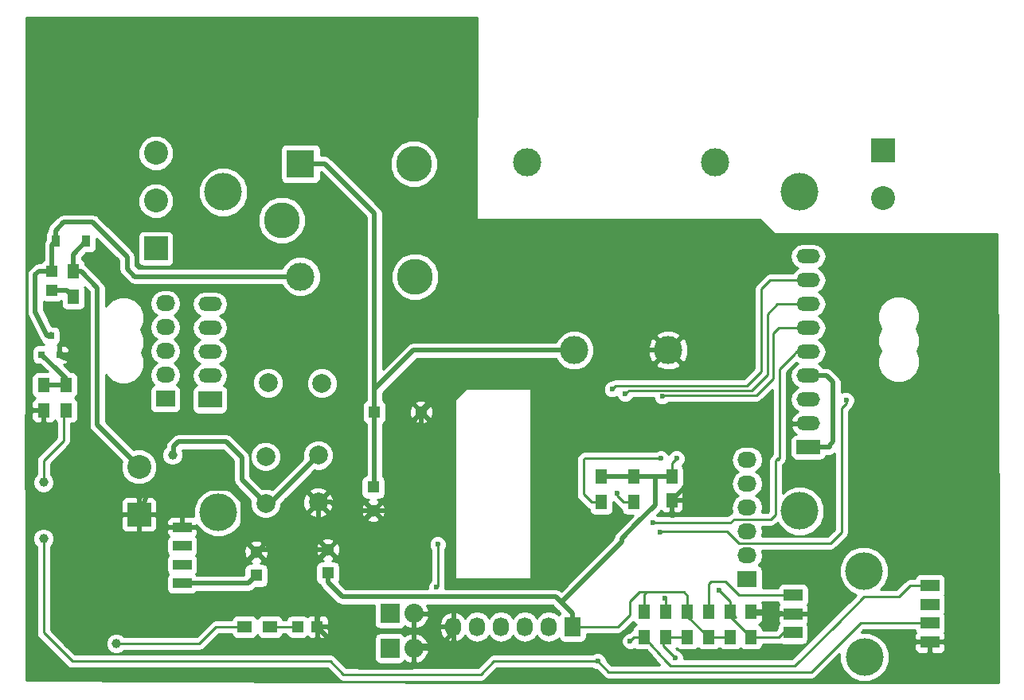
<source format=gbr>
G04 #@! TF.FileFunction,Copper,L1,Top,Signal*
%FSLAX46Y46*%
G04 Gerber Fmt 4.6, Leading zero omitted, Abs format (unit mm)*
G04 Created by KiCad (PCBNEW 4.0.4-stable) date 02/12/17 18:05:11*
%MOMM*%
%LPD*%
G01*
G04 APERTURE LIST*
%ADD10C,0.100000*%
%ADD11C,4.000000*%
%ADD12R,2.000000X1.300000*%
%ADD13C,2.000000*%
%ADD14C,3.810000*%
%ADD15R,3.000000X3.000000*%
%ADD16C,3.000000*%
%ADD17R,1.300000X1.500000*%
%ADD18R,1.250000X1.500000*%
%ADD19R,1.198880X1.198880*%
%ADD20R,0.910000X1.220000*%
%ADD21R,2.000000X1.100000*%
%ADD22O,2.500000X1.500000*%
%ADD23R,2.500000X1.800000*%
%ADD24R,2.500000X1.500000*%
%ADD25R,2.540000X2.540000*%
%ADD26C,2.540000*%
%ADD27R,2.032000X1.727200*%
%ADD28O,2.032000X1.727200*%
%ADD29R,0.800100X0.800100*%
%ADD30C,1.998980*%
%ADD31R,1.300000X1.300000*%
%ADD32C,1.300000*%
%ADD33R,1.727200X2.032000*%
%ADD34O,1.727200X2.032000*%
%ADD35R,2.032000X2.032000*%
%ADD36O,2.032000X2.032000*%
%ADD37R,1.500000X1.300000*%
%ADD38C,1.000000*%
%ADD39C,0.600000*%
%ADD40C,0.500000*%
%ADD41C,0.250000*%
%ADD42C,0.254000*%
G04 APERTURE END LIST*
D10*
D11*
X203111100Y-117640100D03*
D12*
X195541900Y-111048800D03*
X195541900Y-113055400D03*
X195491100Y-115062000D03*
X210070700Y-116027200D03*
X210070700Y-114046000D03*
X210070700Y-112039400D03*
X210070700Y-110032800D03*
D11*
X203073000Y-108496100D03*
D13*
X139712700Y-88468200D03*
X145427700Y-88506300D03*
D14*
X155354000Y-77151000D03*
D15*
X143154000Y-65151000D03*
D14*
X155194000Y-65151000D03*
D16*
X143154000Y-77151000D03*
D14*
X141154000Y-71151000D03*
D17*
X181991000Y-115523000D03*
X181991000Y-112823000D03*
D18*
X182626000Y-98445000D03*
X182626000Y-100945000D03*
D19*
X116713000Y-76547980D03*
X116713000Y-78646020D03*
D20*
X117110000Y-73406000D03*
X120380000Y-73406000D03*
D21*
X130568700Y-109804200D03*
X130568700Y-107823000D03*
X130568700Y-105816400D03*
X130568700Y-103809800D03*
D22*
X133525260Y-80078580D03*
X133525260Y-82618580D03*
X133525260Y-85158580D03*
X133525260Y-87698580D03*
D23*
X133525260Y-90238580D03*
D24*
X197129400Y-95313500D03*
D22*
X197129400Y-92773500D03*
X197129400Y-90233500D03*
X197129400Y-87693500D03*
X197129400Y-85153500D03*
X197129400Y-82613500D03*
X197129400Y-80073500D03*
X197129400Y-77533500D03*
X197129400Y-74993500D03*
D11*
X134418000Y-102235000D03*
X196226500Y-102108000D03*
X134926000Y-68156000D03*
X196226500Y-68156000D03*
D25*
X127762000Y-74168000D03*
D26*
X127762000Y-69088000D03*
X127762000Y-64008000D03*
D25*
X125984000Y-102489000D03*
D26*
X125984000Y-97409000D03*
D25*
X205105000Y-63754000D03*
D26*
X205105000Y-68834000D03*
D27*
X128778000Y-90170000D03*
D28*
X128778000Y-87630000D03*
X128778000Y-85090000D03*
X128778000Y-82550000D03*
X128778000Y-80010000D03*
D29*
X115636000Y-85455760D03*
X117536000Y-85455760D03*
X116586000Y-83456780D03*
D17*
X118237000Y-91393000D03*
X118237000Y-88693000D03*
X118999000Y-79328000D03*
X118999000Y-76628000D03*
X115824000Y-88693000D03*
X115824000Y-91393000D03*
X179705000Y-115523000D03*
X179705000Y-112823000D03*
X184277000Y-115523000D03*
X184277000Y-112823000D03*
D30*
X139446000Y-101305360D03*
X139446000Y-96304100D03*
X145034000Y-101178360D03*
X145034000Y-96177100D03*
D16*
X182247000Y-84984000D03*
X172247000Y-84984000D03*
X187247000Y-64984000D03*
X167247000Y-64984000D03*
D31*
X151003000Y-91567000D03*
D32*
X156003000Y-91567000D03*
D31*
X150876000Y-99568000D03*
D32*
X150876000Y-102068000D03*
D31*
X146050000Y-108712000D03*
D32*
X146050000Y-106212000D03*
D31*
X138430000Y-108966000D03*
D32*
X138430000Y-106466000D03*
D33*
X172085000Y-114427000D03*
D34*
X169545000Y-114427000D03*
X167005000Y-114427000D03*
X164465000Y-114427000D03*
X161925000Y-114427000D03*
X159385000Y-114427000D03*
D35*
X152654000Y-113030000D03*
D36*
X155194000Y-113030000D03*
D17*
X186563000Y-112823000D03*
X186563000Y-115523000D03*
X188849000Y-112823000D03*
X188849000Y-115523000D03*
D19*
X144940020Y-114427000D03*
X142841980Y-114427000D03*
D37*
X137207000Y-114427000D03*
X139907000Y-114427000D03*
D17*
X178562000Y-101172000D03*
X178562000Y-98472000D03*
X175133000Y-101172000D03*
X175133000Y-98472000D03*
D35*
X152654000Y-116713000D03*
D36*
X155194000Y-116713000D03*
D17*
X191008000Y-115523000D03*
X191008000Y-112823000D03*
D27*
X190627000Y-109347000D03*
D28*
X190627000Y-106807000D03*
X190627000Y-104267000D03*
X190627000Y-101727000D03*
X190627000Y-99187000D03*
X190627000Y-96647000D03*
D38*
X192913000Y-94234000D03*
D39*
X181864000Y-111379000D03*
D38*
X134747000Y-96774000D03*
D39*
X182753000Y-102616000D03*
X187642500Y-110553500D03*
X180594000Y-103378000D03*
X183007000Y-117729000D03*
X201168000Y-90297000D03*
X181356000Y-104394000D03*
X183134000Y-96520000D03*
D38*
X123571000Y-116205000D03*
X129540000Y-96139000D03*
D39*
X181483000Y-96520000D03*
X181610000Y-89916000D03*
X176784000Y-100203000D03*
X177673000Y-89662000D03*
X176276000Y-89154000D03*
X174752000Y-118110000D03*
D38*
X115824000Y-99060000D03*
X115824000Y-105029000D03*
D39*
X178181000Y-115951000D03*
X157734000Y-105664000D03*
X157607000Y-110236000D03*
D40*
X192024000Y-95123000D02*
X183388000Y-95123000D01*
X192913000Y-94234000D02*
X192024000Y-95123000D01*
D41*
X195541900Y-113055400D02*
X191240400Y-113055400D01*
X191240400Y-113055400D02*
X191008000Y-112823000D01*
X191240400Y-113055400D02*
X191008000Y-112823000D01*
D40*
X120142000Y-86868000D02*
X120142000Y-102489000D01*
D41*
X115824000Y-91393000D02*
X114601000Y-91393000D01*
X114601000Y-91393000D02*
X114046000Y-91948000D01*
D40*
X117536000Y-85455760D02*
X117536000Y-85532000D01*
X117536000Y-85532000D02*
X120142000Y-86868000D01*
X114046000Y-94742000D02*
X114046000Y-99822000D01*
X114046000Y-99822000D02*
X116713000Y-102489000D01*
X116713000Y-102489000D02*
X120142000Y-102489000D01*
X114046000Y-91948000D02*
X114046000Y-94742000D01*
X120142000Y-102489000D02*
X123063000Y-102489000D01*
X123063000Y-102489000D02*
X125984000Y-102489000D01*
D41*
X125984000Y-102489000D02*
X125984000Y-101981000D01*
X125984000Y-102489000D02*
X125730000Y-102489000D01*
X181864000Y-111379000D02*
X181991000Y-111506000D01*
X181991000Y-111506000D02*
X181991000Y-112823000D01*
X191008000Y-112823000D02*
X194293500Y-112823000D01*
X194293500Y-112823000D02*
X194525900Y-113055400D01*
D40*
X146955510Y-116442490D02*
X147049490Y-116442490D01*
X155194000Y-118618000D02*
X155194000Y-116713000D01*
X155067000Y-118745000D02*
X155194000Y-118618000D01*
X149352000Y-118745000D02*
X155067000Y-118745000D01*
X147049490Y-116442490D02*
X149352000Y-118745000D01*
X155194000Y-116713000D02*
X155194000Y-113030000D01*
X155448000Y-116459000D02*
X157988000Y-116459000D01*
X157988000Y-116459000D02*
X159385000Y-115062000D01*
X155448000Y-116459000D02*
X155194000Y-116713000D01*
X173609000Y-88392000D02*
X173609000Y-93853000D01*
X184531000Y-99040000D02*
X182626000Y-100945000D01*
X184531000Y-95885000D02*
X184531000Y-99040000D01*
X183769000Y-95123000D02*
X184531000Y-95885000D01*
X174879000Y-95123000D02*
X183388000Y-95123000D01*
X183388000Y-95123000D02*
X183769000Y-95123000D01*
X173609000Y-93853000D02*
X174879000Y-95123000D01*
X156003000Y-91567000D02*
X156003000Y-91393000D01*
X156003000Y-91393000D02*
X159004000Y-88392000D01*
X177017000Y-84984000D02*
X182247000Y-84984000D01*
X173609000Y-88392000D02*
X177017000Y-84984000D01*
X159004000Y-88392000D02*
X173609000Y-88392000D01*
X144940020Y-114427000D02*
X144940020Y-112936020D01*
X143637000Y-108625000D02*
X146050000Y-106212000D01*
X143637000Y-111633000D02*
X143637000Y-108625000D01*
X144940020Y-112936020D02*
X143637000Y-111633000D01*
X159385000Y-114427000D02*
X159385000Y-115062000D01*
X146972020Y-116459000D02*
X146955510Y-116442490D01*
X146955510Y-116442490D02*
X144940020Y-114427000D01*
X135572500Y-97599500D02*
X134747000Y-96774000D01*
X135572500Y-99695000D02*
X135572500Y-97599500D01*
X133477000Y-99695000D02*
X135572500Y-99695000D01*
X135572500Y-99695000D02*
X135699500Y-99695000D01*
X135699500Y-99695000D02*
X137033000Y-101028500D01*
X156003000Y-91567000D02*
X156003000Y-100410000D01*
X154345000Y-102068000D02*
X150876000Y-102068000D01*
X156003000Y-100410000D02*
X154345000Y-102068000D01*
X137033000Y-105069000D02*
X138430000Y-106466000D01*
X137033000Y-101028500D02*
X137033000Y-105069000D01*
X137033000Y-100838000D02*
X137033000Y-101028500D01*
X146050000Y-106212000D02*
X138684000Y-106212000D01*
X138684000Y-106212000D02*
X138430000Y-106466000D01*
X145034000Y-101178360D02*
X145034000Y-105196000D01*
X145034000Y-105196000D02*
X146050000Y-106212000D01*
X145034000Y-101178360D02*
X146390360Y-101178360D01*
X147280000Y-102068000D02*
X150876000Y-102068000D01*
X146390360Y-101178360D02*
X147280000Y-102068000D01*
X133731000Y-99695000D02*
X133477000Y-99695000D01*
X133477000Y-99695000D02*
X127000000Y-99695000D01*
X127000000Y-99695000D02*
X126111000Y-102489000D01*
X126111000Y-102489000D02*
X125984000Y-102489000D01*
D41*
X182626000Y-100945000D02*
X182626000Y-102489000D01*
X182626000Y-102489000D02*
X182753000Y-102616000D01*
X194456050Y-115081050D02*
X195472050Y-115081050D01*
X195472050Y-115081050D02*
X195491100Y-115062000D01*
X188849000Y-111760000D02*
X187642500Y-110553500D01*
X188849000Y-112823000D02*
X188849000Y-111760000D01*
X191008000Y-115523000D02*
X194014100Y-115523000D01*
X194014100Y-115523000D02*
X194456050Y-115081050D01*
X194456050Y-115081050D02*
X194475100Y-115062000D01*
X188849000Y-112823000D02*
X188849000Y-113364000D01*
X188849000Y-113364000D02*
X191008000Y-115523000D01*
X189437000Y-113411000D02*
X188849000Y-112823000D01*
X192659000Y-102997000D02*
X193167000Y-102997000D01*
X193929000Y-96520000D02*
X193929000Y-96647000D01*
X193675000Y-96774000D02*
X193929000Y-96520000D01*
X193675000Y-102489000D02*
X193675000Y-96774000D01*
X193167000Y-102997000D02*
X193675000Y-102489000D01*
X193929000Y-96647000D02*
X194056000Y-96520000D01*
X188214000Y-103378000D02*
X188849000Y-103378000D01*
X189230000Y-102997000D02*
X192659000Y-102997000D01*
X188849000Y-103378000D02*
X189230000Y-102997000D01*
X183007000Y-117729000D02*
X181737000Y-116459000D01*
X181737000Y-116459000D02*
X181737000Y-115777000D01*
X181737000Y-115777000D02*
X181991000Y-115523000D01*
X180594000Y-103378000D02*
X188214000Y-103378000D01*
X194056000Y-86995000D02*
X194056000Y-96520000D01*
X194056000Y-86995000D02*
X195580000Y-85471000D01*
X197129400Y-85153500D02*
X195897500Y-85153500D01*
X195897500Y-85153500D02*
X195580000Y-85471000D01*
X195897500Y-85153500D02*
X195580000Y-85471000D01*
X182880000Y-117602000D02*
X183007000Y-117729000D01*
X181991000Y-115523000D02*
X184277000Y-115523000D01*
X201168000Y-90297000D02*
X201168000Y-90678000D01*
X200660000Y-91186000D02*
X200660000Y-104394000D01*
X201168000Y-90678000D02*
X200660000Y-91186000D01*
X188214000Y-104267000D02*
X188468000Y-104267000D01*
X199517000Y-105537000D02*
X200406000Y-104648000D01*
X189738000Y-105537000D02*
X199517000Y-105537000D01*
X188468000Y-104267000D02*
X189738000Y-105537000D01*
X200406000Y-104648000D02*
X200660000Y-104394000D01*
X181483000Y-104267000D02*
X188214000Y-104267000D01*
X181356000Y-104394000D02*
X181483000Y-104267000D01*
X201168000Y-90297000D02*
X201041000Y-90424000D01*
D40*
X199390000Y-95313500D02*
X199390000Y-95123000D01*
X199390000Y-95123000D02*
X199771000Y-94742000D01*
X197129400Y-95313500D02*
X199390000Y-95313500D01*
X199072500Y-87693500D02*
X197129400Y-87693500D01*
X199771000Y-88392000D02*
X199072500Y-87693500D01*
X199771000Y-94742000D02*
X199771000Y-88392000D01*
X130568700Y-109804200D02*
X137591800Y-109804200D01*
X137591800Y-109804200D02*
X138430000Y-108966000D01*
D41*
X179705000Y-111506000D02*
X179705000Y-110998000D01*
X179705000Y-112823000D02*
X179705000Y-111506000D01*
X179705000Y-110998000D02*
X179959000Y-110744000D01*
X178943000Y-110998000D02*
X179197000Y-110744000D01*
X184277000Y-111125000D02*
X184277000Y-112823000D01*
X183896000Y-110744000D02*
X184277000Y-111125000D01*
X179197000Y-110744000D02*
X179959000Y-110744000D01*
X179959000Y-110744000D02*
X183896000Y-110744000D01*
X184277000Y-112823000D02*
X184277000Y-111379000D01*
D40*
X175133000Y-98472000D02*
X178562000Y-98472000D01*
X177292000Y-105410000D02*
X177292000Y-105029000D01*
X177292000Y-105029000D02*
X178943000Y-103378000D01*
X180848000Y-101473000D02*
X180848000Y-100965000D01*
X178943000Y-103378000D02*
X180848000Y-101473000D01*
X177292000Y-105410000D02*
X170878500Y-111823500D01*
X171196000Y-112141000D02*
X170878500Y-111823500D01*
X180848000Y-100965000D02*
X180848000Y-98445000D01*
X180467000Y-98445000D02*
X178589000Y-98445000D01*
X178589000Y-98445000D02*
X178562000Y-98472000D01*
X182626000Y-98445000D02*
X180848000Y-98445000D01*
X180848000Y-98445000D02*
X180467000Y-98445000D01*
X180467000Y-98445000D02*
X180113000Y-98445000D01*
X180113000Y-98445000D02*
X180086000Y-98472000D01*
X149733000Y-111252000D02*
X147574000Y-111252000D01*
X149733000Y-111252000D02*
X170307000Y-111252000D01*
X170307000Y-111252000D02*
X171196000Y-112141000D01*
X146050000Y-108712000D02*
X146050000Y-109728000D01*
X146050000Y-109728000D02*
X147066000Y-110744000D01*
X147574000Y-111252000D02*
X147066000Y-110744000D01*
X182626000Y-98445000D02*
X181590000Y-98445000D01*
X130568700Y-109804200D02*
X131114800Y-109804200D01*
X172085000Y-113030000D02*
X172085000Y-114427000D01*
X171196000Y-112141000D02*
X172085000Y-113030000D01*
D41*
X182626000Y-98445000D02*
X182626000Y-97028000D01*
X182626000Y-97028000D02*
X183134000Y-96520000D01*
X172085000Y-114427000D02*
X176911000Y-114427000D01*
X178181000Y-111760000D02*
X178943000Y-110998000D01*
X178181000Y-113157000D02*
X178181000Y-111760000D01*
X176911000Y-114427000D02*
X178181000Y-113157000D01*
X184277000Y-112823000D02*
X184277000Y-113364000D01*
X184277000Y-113364000D02*
X186563000Y-115523000D01*
X188849000Y-115523000D02*
X186563000Y-115523000D01*
D40*
X118999000Y-76628000D02*
X119808000Y-76628000D01*
X121539000Y-92964000D02*
X125984000Y-97409000D01*
X121539000Y-78359000D02*
X121539000Y-92964000D01*
X119808000Y-76628000D02*
X121539000Y-78359000D01*
X118999000Y-76628000D02*
X118999000Y-74787000D01*
X118999000Y-74787000D02*
X120380000Y-73406000D01*
X119364000Y-76263000D02*
X118999000Y-76628000D01*
X143154000Y-65151000D02*
X145732500Y-65151000D01*
X145732500Y-65151000D02*
X151003000Y-70421500D01*
X151003000Y-70421500D02*
X151003000Y-91567000D01*
X151003000Y-91567000D02*
X151003000Y-99441000D01*
X151003000Y-99441000D02*
X150876000Y-99568000D01*
D41*
X137207000Y-114427000D02*
X134175500Y-114427000D01*
X134175500Y-114427000D02*
X132397500Y-116205000D01*
X132397500Y-116205000D02*
X123571000Y-116205000D01*
D40*
X151003000Y-91567000D02*
X151003000Y-89154000D01*
X151003000Y-89154000D02*
X155173000Y-84984000D01*
X155173000Y-84984000D02*
X172247000Y-84984000D01*
X139446000Y-101305360D02*
X139905740Y-101305360D01*
X139905740Y-101305360D02*
X145034000Y-96177100D01*
X136906000Y-98765360D02*
X139446000Y-101305360D01*
X136906000Y-96393000D02*
X136906000Y-98765360D01*
X135255000Y-94742000D02*
X136906000Y-96393000D01*
X130175000Y-94742000D02*
X135255000Y-94742000D01*
X129667000Y-95250000D02*
X130175000Y-94742000D01*
X129667000Y-96012000D02*
X129667000Y-95250000D01*
X129540000Y-96139000D02*
X129667000Y-96012000D01*
X124714000Y-76327000D02*
X124714000Y-75057000D01*
X124714000Y-75057000D02*
X121031000Y-71374000D01*
X117110000Y-73406000D02*
X117110000Y-72247000D01*
X117983000Y-71374000D02*
X121031000Y-71374000D01*
X117110000Y-72247000D02*
X117983000Y-71374000D01*
X124714000Y-76327000D02*
X125538000Y-77151000D01*
X143154000Y-77151000D02*
X125538000Y-77151000D01*
X116586000Y-83456780D02*
X116222780Y-83456780D01*
X116222780Y-83456780D02*
X114935000Y-80899000D01*
X115349020Y-76547980D02*
X116713000Y-76547980D01*
X114935000Y-76962000D02*
X115349020Y-76547980D01*
X114935000Y-80899000D02*
X114935000Y-76962000D01*
X116713000Y-76547980D02*
X116713000Y-73803000D01*
X116713000Y-73803000D02*
X117110000Y-73406000D01*
X116713000Y-76547980D02*
X116713000Y-76073000D01*
X116586000Y-83456780D02*
X116586000Y-83312000D01*
X116713000Y-78646020D02*
X118317020Y-78646020D01*
X118317020Y-78646020D02*
X118999000Y-79328000D01*
X118698020Y-79027020D02*
X118999000Y-79328000D01*
D41*
X117013980Y-78947000D02*
X116713000Y-78646020D01*
X175133000Y-101172000D02*
X174070000Y-101172000D01*
X173355000Y-96520000D02*
X181483000Y-96520000D01*
X173228000Y-96647000D02*
X173355000Y-96520000D01*
X173228000Y-100330000D02*
X173228000Y-96647000D01*
X174070000Y-101172000D02*
X173228000Y-100330000D01*
X193992500Y-82613500D02*
X197129400Y-82613500D01*
X193421000Y-83185000D02*
X193992500Y-82613500D01*
X193421000Y-88011000D02*
X193421000Y-83185000D01*
X191643000Y-89789000D02*
X193421000Y-88011000D01*
X181737000Y-89789000D02*
X191643000Y-89789000D01*
X181610000Y-89916000D02*
X181737000Y-89789000D01*
X178562000Y-101172000D02*
X177499000Y-101172000D01*
X176784000Y-100457000D02*
X176784000Y-100203000D01*
X177499000Y-101172000D02*
X176784000Y-100457000D01*
X193865500Y-80073500D02*
X197129400Y-80073500D01*
X192786000Y-81153000D02*
X193865500Y-80073500D01*
X192786000Y-87630000D02*
X192786000Y-81153000D01*
X191135000Y-89281000D02*
X192786000Y-87630000D01*
X178054000Y-89281000D02*
X191135000Y-89281000D01*
X177673000Y-89662000D02*
X178054000Y-89281000D01*
X193103500Y-77533500D02*
X197129400Y-77533500D01*
X192151000Y-78486000D02*
X193103500Y-77533500D01*
X192151000Y-87249000D02*
X192151000Y-78486000D01*
X190627000Y-88773000D02*
X192151000Y-87249000D01*
X176657000Y-88773000D02*
X190627000Y-88773000D01*
X176276000Y-89154000D02*
X176657000Y-88773000D01*
X117030500Y-95567500D02*
X117983000Y-94615000D01*
X117983000Y-94615000D02*
X117983000Y-91647000D01*
X117983000Y-91647000D02*
X118237000Y-91393000D01*
X115824000Y-96774000D02*
X115824000Y-99060000D01*
X117094000Y-95504000D02*
X117030500Y-95567500D01*
X117030500Y-95567500D02*
X115824000Y-96774000D01*
X162306000Y-119507000D02*
X163703000Y-118110000D01*
X147701000Y-119507000D02*
X162306000Y-119507000D01*
X174752000Y-118110000D02*
X163703000Y-118110000D01*
X200533000Y-116205000D02*
X202692000Y-114046000D01*
X202692000Y-114046000D02*
X210070700Y-114046000D01*
X197485000Y-119253000D02*
X200533000Y-116205000D01*
X175895000Y-119253000D02*
X197485000Y-119253000D01*
X174752000Y-118110000D02*
X175895000Y-119253000D01*
X146304000Y-118110000D02*
X147701000Y-119507000D01*
X145923000Y-118110000D02*
X146304000Y-118110000D01*
X145923000Y-118110000D02*
X118872000Y-118110000D01*
X115824000Y-115062000D02*
X115824000Y-105029000D01*
X118872000Y-118110000D02*
X115824000Y-115062000D01*
X203073000Y-111252000D02*
X203962000Y-111252000D01*
X207975200Y-110032800D02*
X210070700Y-110032800D01*
X206756000Y-111252000D02*
X207975200Y-110032800D01*
X203962000Y-111252000D02*
X206756000Y-111252000D01*
X179705000Y-115523000D02*
X178609000Y-115523000D01*
X178609000Y-115523000D02*
X178181000Y-115951000D01*
X200152000Y-114173000D02*
X203073000Y-111252000D01*
X179705000Y-115523000D02*
X181991000Y-118110000D01*
X195707000Y-118618000D02*
X200152000Y-114173000D01*
X182499000Y-118618000D02*
X195707000Y-118618000D01*
X181991000Y-118110000D02*
X182499000Y-118618000D01*
D40*
X118237000Y-88693000D02*
X118237000Y-88011000D01*
X118237000Y-88011000D02*
X117414000Y-87188000D01*
X117414000Y-87188000D02*
X115636000Y-85455760D01*
X115824000Y-88693000D02*
X118237000Y-88693000D01*
D41*
X157734000Y-110109000D02*
X157734000Y-105664000D01*
X157607000Y-110236000D02*
X157734000Y-110109000D01*
X186563000Y-110109000D02*
X186563000Y-109855000D01*
X186817000Y-109601000D02*
X188341000Y-109601000D01*
X186563000Y-109855000D02*
X186817000Y-109601000D01*
X189788800Y-111048800D02*
X195541900Y-111048800D01*
X188341000Y-109601000D02*
X189788800Y-111048800D01*
X186563000Y-112823000D02*
X186563000Y-111125000D01*
X186563000Y-111125000D02*
X186563000Y-110109000D01*
X139907000Y-114427000D02*
X142841980Y-114427000D01*
D42*
G36*
X161798002Y-70992257D02*
X161807719Y-71041725D01*
X161835916Y-71083515D01*
X161878150Y-71111043D01*
X161925000Y-71120000D01*
X191971394Y-71120000D01*
X193458197Y-72606803D01*
X193500211Y-72634666D01*
X193548000Y-72644000D01*
X217170669Y-72644000D01*
X217349000Y-106437746D01*
X217349000Y-120321000D01*
X162405192Y-120321000D01*
X113994000Y-120143669D01*
X113994000Y-105253775D01*
X114688803Y-105253775D01*
X114861233Y-105671086D01*
X115064000Y-105874207D01*
X115064000Y-115062000D01*
X115121852Y-115352839D01*
X115286599Y-115599401D01*
X118334599Y-118647401D01*
X118581161Y-118812148D01*
X118872000Y-118870000D01*
X145989198Y-118870000D01*
X147163599Y-120044401D01*
X147410160Y-120209148D01*
X147701000Y-120267000D01*
X162306000Y-120267000D01*
X162596839Y-120209148D01*
X162843401Y-120044401D01*
X164017802Y-118870000D01*
X174189537Y-118870000D01*
X174221673Y-118902192D01*
X174565201Y-119044838D01*
X174612077Y-119044879D01*
X175357599Y-119790401D01*
X175604161Y-119955148D01*
X175895000Y-120013000D01*
X197485000Y-120013000D01*
X197775839Y-119955148D01*
X198022401Y-119790401D01*
X200476364Y-117336438D01*
X200475643Y-118161934D01*
X200875953Y-119130758D01*
X201616543Y-119872642D01*
X202584667Y-120274642D01*
X203632934Y-120275557D01*
X204601758Y-119875247D01*
X205343642Y-119134657D01*
X205745642Y-118166533D01*
X205746557Y-117118266D01*
X205413808Y-116312950D01*
X208435700Y-116312950D01*
X208435700Y-116803510D01*
X208532373Y-117036899D01*
X208711002Y-117215527D01*
X208944391Y-117312200D01*
X209784950Y-117312200D01*
X209943700Y-117153450D01*
X209943700Y-116154200D01*
X210197700Y-116154200D01*
X210197700Y-117153450D01*
X210356450Y-117312200D01*
X211197009Y-117312200D01*
X211430398Y-117215527D01*
X211609027Y-117036899D01*
X211705700Y-116803510D01*
X211705700Y-116312950D01*
X211546950Y-116154200D01*
X210197700Y-116154200D01*
X209943700Y-116154200D01*
X208594450Y-116154200D01*
X208435700Y-116312950D01*
X205413808Y-116312950D01*
X205346247Y-116149442D01*
X204605657Y-115407558D01*
X203637533Y-115005558D01*
X202807968Y-115004834D01*
X203006802Y-114806000D01*
X208443958Y-114806000D01*
X208467538Y-114931317D01*
X208528701Y-115026367D01*
X208435700Y-115250890D01*
X208435700Y-115741450D01*
X208594450Y-115900200D01*
X209943700Y-115900200D01*
X209943700Y-115880200D01*
X210197700Y-115880200D01*
X210197700Y-115900200D01*
X211546950Y-115900200D01*
X211705700Y-115741450D01*
X211705700Y-115250890D01*
X211613005Y-115027106D01*
X211667131Y-114947890D01*
X211718140Y-114696000D01*
X211718140Y-113396000D01*
X211673862Y-113160683D01*
X211597893Y-113042624D01*
X211667131Y-112941290D01*
X211718140Y-112689400D01*
X211718140Y-111389400D01*
X211673862Y-111154083D01*
X211597893Y-111036024D01*
X211667131Y-110934690D01*
X211718140Y-110682800D01*
X211718140Y-109382800D01*
X211673862Y-109147483D01*
X211534790Y-108931359D01*
X211322590Y-108786369D01*
X211070700Y-108735360D01*
X209070700Y-108735360D01*
X208835383Y-108779638D01*
X208619259Y-108918710D01*
X208474269Y-109130910D01*
X208445536Y-109272800D01*
X207975200Y-109272800D01*
X207684360Y-109330652D01*
X207437799Y-109495399D01*
X206441198Y-110492000D01*
X204803323Y-110492000D01*
X205305542Y-109990657D01*
X205707542Y-109022533D01*
X205708457Y-107974266D01*
X205308147Y-107005442D01*
X204567557Y-106263558D01*
X203599433Y-105861558D01*
X202551166Y-105860643D01*
X201582342Y-106260953D01*
X200840458Y-107001543D01*
X200438458Y-107969667D01*
X200437543Y-109017934D01*
X200837853Y-109986758D01*
X201578443Y-110728642D01*
X202244843Y-111005355D01*
X195392198Y-117858000D01*
X183941888Y-117858000D01*
X183942162Y-117543833D01*
X183800117Y-117200057D01*
X183537327Y-116936808D01*
X183193799Y-116794162D01*
X183146923Y-116794121D01*
X183090890Y-116738088D01*
X183092441Y-116737090D01*
X183132924Y-116677841D01*
X183162910Y-116724441D01*
X183375110Y-116869431D01*
X183627000Y-116920440D01*
X184927000Y-116920440D01*
X185162317Y-116876162D01*
X185378441Y-116737090D01*
X185418924Y-116677841D01*
X185448910Y-116724441D01*
X185661110Y-116869431D01*
X185913000Y-116920440D01*
X187213000Y-116920440D01*
X187448317Y-116876162D01*
X187664441Y-116737090D01*
X187704924Y-116677841D01*
X187734910Y-116724441D01*
X187947110Y-116869431D01*
X188199000Y-116920440D01*
X189499000Y-116920440D01*
X189734317Y-116876162D01*
X189930862Y-116749689D01*
X190106110Y-116869431D01*
X190358000Y-116920440D01*
X191658000Y-116920440D01*
X191893317Y-116876162D01*
X192109441Y-116737090D01*
X192254431Y-116524890D01*
X192303415Y-116283000D01*
X194014100Y-116283000D01*
X194159625Y-116254053D01*
X194239210Y-116308431D01*
X194491100Y-116359440D01*
X196491100Y-116359440D01*
X196726417Y-116315162D01*
X196942541Y-116176090D01*
X197087531Y-115963890D01*
X197138540Y-115712000D01*
X197138540Y-114412000D01*
X197094262Y-114176683D01*
X197045078Y-114100248D01*
X197080227Y-114065099D01*
X197176900Y-113831710D01*
X197176900Y-113341150D01*
X197018150Y-113182400D01*
X195668900Y-113182400D01*
X195668900Y-113202400D01*
X195414900Y-113202400D01*
X195414900Y-113182400D01*
X194065650Y-113182400D01*
X193906900Y-113341150D01*
X193906900Y-113831710D01*
X193986972Y-114025020D01*
X193894669Y-114160110D01*
X193843660Y-114412000D01*
X193843660Y-114618638D01*
X193699298Y-114763000D01*
X192303558Y-114763000D01*
X192261162Y-114537683D01*
X192122090Y-114321559D01*
X191909890Y-114176569D01*
X191876510Y-114169809D01*
X192017699Y-114111327D01*
X192196327Y-113932698D01*
X192293000Y-113699309D01*
X192293000Y-113108750D01*
X192134250Y-112950000D01*
X191135000Y-112950000D01*
X191135000Y-112970000D01*
X190881000Y-112970000D01*
X190881000Y-112950000D01*
X190861000Y-112950000D01*
X190861000Y-112696000D01*
X190881000Y-112696000D01*
X190881000Y-112676000D01*
X191135000Y-112676000D01*
X191135000Y-112696000D01*
X192134250Y-112696000D01*
X192293000Y-112537250D01*
X192293000Y-111946691D01*
X192235884Y-111808800D01*
X193915158Y-111808800D01*
X193938738Y-111934117D01*
X194007812Y-112041462D01*
X194003573Y-112045701D01*
X193906900Y-112279090D01*
X193906900Y-112769650D01*
X194065650Y-112928400D01*
X195414900Y-112928400D01*
X195414900Y-112908400D01*
X195668900Y-112908400D01*
X195668900Y-112928400D01*
X197018150Y-112928400D01*
X197176900Y-112769650D01*
X197176900Y-112279090D01*
X197080227Y-112045701D01*
X197076179Y-112041653D01*
X197138331Y-111950690D01*
X197189340Y-111698800D01*
X197189340Y-110398800D01*
X197145062Y-110163483D01*
X197005990Y-109947359D01*
X196793790Y-109802369D01*
X196541900Y-109751360D01*
X194541900Y-109751360D01*
X194306583Y-109795638D01*
X194090459Y-109934710D01*
X193945469Y-110146910D01*
X193916736Y-110288800D01*
X192274604Y-110288800D01*
X192290440Y-110210600D01*
X192290440Y-108483400D01*
X192246162Y-108248083D01*
X192107090Y-108031959D01*
X191894890Y-107886969D01*
X191853561Y-107878600D01*
X191871415Y-107866670D01*
X192196271Y-107380489D01*
X192310345Y-106807000D01*
X192208900Y-106297000D01*
X199517000Y-106297000D01*
X199807839Y-106239148D01*
X200054401Y-106074401D01*
X201197401Y-104931401D01*
X201362148Y-104684840D01*
X201420000Y-104394000D01*
X201420000Y-91500802D01*
X201705401Y-91215401D01*
X201870147Y-90968840D01*
X201870148Y-90968839D01*
X201882961Y-90904423D01*
X201960192Y-90827327D01*
X202102838Y-90483799D01*
X202103162Y-90111833D01*
X201961117Y-89768057D01*
X201698327Y-89504808D01*
X201354799Y-89362162D01*
X200982833Y-89361838D01*
X200656000Y-89496882D01*
X200656000Y-88392005D01*
X200656001Y-88392000D01*
X200588633Y-88053325D01*
X200561689Y-88013000D01*
X200396790Y-87766210D01*
X200396787Y-87766208D01*
X199698290Y-87067710D01*
X199534337Y-86958161D01*
X199411175Y-86875867D01*
X199354984Y-86864690D01*
X199072500Y-86808499D01*
X199072495Y-86808500D01*
X198708710Y-86808500D01*
X198645672Y-86714157D01*
X198210673Y-86423500D01*
X198645672Y-86132843D01*
X198945902Y-85683517D01*
X199051329Y-85153500D01*
X198945902Y-84623483D01*
X198645672Y-84174157D01*
X198210673Y-83883500D01*
X198645672Y-83592843D01*
X198945902Y-83143517D01*
X199051329Y-82613500D01*
X198945902Y-82083483D01*
X198789640Y-81849619D01*
X204520613Y-81849619D01*
X204860155Y-82671372D01*
X204865232Y-82676458D01*
X204862364Y-82679321D01*
X204521389Y-83500481D01*
X204520613Y-84389619D01*
X204810298Y-85090710D01*
X204521389Y-85786481D01*
X204520613Y-86675619D01*
X204860155Y-87497372D01*
X205488321Y-88126636D01*
X206309481Y-88467611D01*
X207198619Y-88468387D01*
X208020372Y-88128845D01*
X208649636Y-87500679D01*
X208990611Y-86679519D01*
X208991387Y-85790381D01*
X208701702Y-85089290D01*
X208990611Y-84393519D01*
X208991387Y-83504381D01*
X208651845Y-82682628D01*
X208646768Y-82677542D01*
X208649636Y-82674679D01*
X208990611Y-81853519D01*
X208991387Y-80964381D01*
X208651845Y-80142628D01*
X208023679Y-79513364D01*
X207202519Y-79172389D01*
X206313381Y-79171613D01*
X205491628Y-79511155D01*
X204862364Y-80139321D01*
X204521389Y-80960481D01*
X204520613Y-81849619D01*
X198789640Y-81849619D01*
X198645672Y-81634157D01*
X198210673Y-81343500D01*
X198645672Y-81052843D01*
X198945902Y-80603517D01*
X199051329Y-80073500D01*
X198945902Y-79543483D01*
X198645672Y-79094157D01*
X198210673Y-78803500D01*
X198645672Y-78512843D01*
X198945902Y-78063517D01*
X199051329Y-77533500D01*
X198945902Y-77003483D01*
X198645672Y-76554157D01*
X198210673Y-76263500D01*
X198645672Y-75972843D01*
X198945902Y-75523517D01*
X199051329Y-74993500D01*
X198945902Y-74463483D01*
X198645672Y-74014157D01*
X198196346Y-73713927D01*
X197666329Y-73608500D01*
X196592471Y-73608500D01*
X196062454Y-73713927D01*
X195613128Y-74014157D01*
X195312898Y-74463483D01*
X195207471Y-74993500D01*
X195312898Y-75523517D01*
X195613128Y-75972843D01*
X196048127Y-76263500D01*
X195613128Y-76554157D01*
X195466568Y-76773500D01*
X193103500Y-76773500D01*
X192860914Y-76821754D01*
X192812660Y-76831352D01*
X192566099Y-76996099D01*
X191613599Y-77948599D01*
X191448852Y-78195161D01*
X191391000Y-78486000D01*
X191391000Y-86934198D01*
X190312198Y-88013000D01*
X176657000Y-88013000D01*
X176366160Y-88070852D01*
X176144613Y-88218885D01*
X176090833Y-88218838D01*
X175747057Y-88360883D01*
X175483808Y-88623673D01*
X175341162Y-88967201D01*
X175340838Y-89339167D01*
X175482883Y-89682943D01*
X175745673Y-89946192D01*
X176089201Y-90088838D01*
X176461167Y-90089162D01*
X176782900Y-89956225D01*
X176879883Y-90190943D01*
X177142673Y-90454192D01*
X177486201Y-90596838D01*
X177858167Y-90597162D01*
X178201943Y-90455117D01*
X178465192Y-90192327D01*
X178528029Y-90041000D01*
X180674890Y-90041000D01*
X180674838Y-90101167D01*
X180816883Y-90444943D01*
X181079673Y-90708192D01*
X181423201Y-90850838D01*
X181795167Y-90851162D01*
X182138943Y-90709117D01*
X182299340Y-90549000D01*
X191643000Y-90549000D01*
X191933839Y-90491148D01*
X192180401Y-90326401D01*
X193296000Y-89210802D01*
X193296000Y-96078198D01*
X193137599Y-96236599D01*
X192972852Y-96483161D01*
X192915000Y-96774000D01*
X192915000Y-102174198D01*
X192852198Y-102237000D01*
X192208900Y-102237000D01*
X192310345Y-101727000D01*
X192196271Y-101153511D01*
X191871415Y-100667330D01*
X191556634Y-100457000D01*
X191871415Y-100246670D01*
X192196271Y-99760489D01*
X192310345Y-99187000D01*
X192196271Y-98613511D01*
X191871415Y-98127330D01*
X191556634Y-97917000D01*
X191871415Y-97706670D01*
X192196271Y-97220489D01*
X192310345Y-96647000D01*
X192196271Y-96073511D01*
X191871415Y-95587330D01*
X191385234Y-95262474D01*
X190811745Y-95148400D01*
X190442255Y-95148400D01*
X189868766Y-95262474D01*
X189382585Y-95587330D01*
X189057729Y-96073511D01*
X188943655Y-96647000D01*
X189057729Y-97220489D01*
X189382585Y-97706670D01*
X189697366Y-97917000D01*
X189382585Y-98127330D01*
X189057729Y-98613511D01*
X188943655Y-99187000D01*
X189057729Y-99760489D01*
X189382585Y-100246670D01*
X189697366Y-100457000D01*
X189382585Y-100667330D01*
X189057729Y-101153511D01*
X188943655Y-101727000D01*
X189052138Y-102272379D01*
X188939160Y-102294852D01*
X188692599Y-102459599D01*
X188534198Y-102618000D01*
X181156463Y-102618000D01*
X181124327Y-102585808D01*
X181027131Y-102545448D01*
X181473787Y-102098792D01*
X181473790Y-102098790D01*
X181486998Y-102079023D01*
X181641301Y-102233327D01*
X181874690Y-102330000D01*
X182340250Y-102330000D01*
X182499000Y-102171250D01*
X182499000Y-101072000D01*
X182753000Y-101072000D01*
X182753000Y-102171250D01*
X182911750Y-102330000D01*
X183377310Y-102330000D01*
X183610699Y-102233327D01*
X183789327Y-102054698D01*
X183886000Y-101821309D01*
X183886000Y-101230750D01*
X183727250Y-101072000D01*
X182753000Y-101072000D01*
X182499000Y-101072000D01*
X182479000Y-101072000D01*
X182479000Y-100818000D01*
X182499000Y-100818000D01*
X182499000Y-100798000D01*
X182753000Y-100798000D01*
X182753000Y-100818000D01*
X183727250Y-100818000D01*
X183886000Y-100659250D01*
X183886000Y-100068691D01*
X183789327Y-99835302D01*
X183648090Y-99694064D01*
X183702441Y-99659090D01*
X183847431Y-99446890D01*
X183898440Y-99195000D01*
X183898440Y-97695000D01*
X183854162Y-97459683D01*
X183721947Y-97254216D01*
X183926192Y-97050327D01*
X184068838Y-96706799D01*
X184069162Y-96334833D01*
X183927117Y-95991057D01*
X183664327Y-95727808D01*
X183320799Y-95585162D01*
X182948833Y-95584838D01*
X182605057Y-95726883D01*
X182341808Y-95989673D01*
X182308595Y-96069659D01*
X182276117Y-95991057D01*
X182013327Y-95727808D01*
X181669799Y-95585162D01*
X181297833Y-95584838D01*
X180954057Y-95726883D01*
X180920882Y-95760000D01*
X173355000Y-95760000D01*
X173064161Y-95817852D01*
X172817599Y-95982599D01*
X172690599Y-96109599D01*
X172525852Y-96356161D01*
X172468000Y-96647000D01*
X172468000Y-100330000D01*
X172525852Y-100620839D01*
X172690599Y-100867401D01*
X173532599Y-101709401D01*
X173779161Y-101874148D01*
X173835560Y-101885367D01*
X173835560Y-101922000D01*
X173879838Y-102157317D01*
X174018910Y-102373441D01*
X174231110Y-102518431D01*
X174483000Y-102569440D01*
X175783000Y-102569440D01*
X176018317Y-102525162D01*
X176234441Y-102386090D01*
X176379431Y-102173890D01*
X176430440Y-101922000D01*
X176430440Y-101178242D01*
X176961599Y-101709401D01*
X177208161Y-101874148D01*
X177264560Y-101885367D01*
X177264560Y-101922000D01*
X177308838Y-102157317D01*
X177447910Y-102373441D01*
X177660110Y-102518431D01*
X177912000Y-102569440D01*
X178499980Y-102569440D01*
X178317210Y-102752210D01*
X178317208Y-102752213D01*
X176666210Y-104403210D01*
X176474367Y-104690325D01*
X176474367Y-104690326D01*
X176406999Y-105029000D01*
X176407000Y-105029005D01*
X176407000Y-105043421D01*
X170867701Y-110582719D01*
X170848966Y-110570201D01*
X170645675Y-110434367D01*
X170589484Y-110423190D01*
X170307000Y-110366999D01*
X170306995Y-110367000D01*
X158541887Y-110367000D01*
X158542162Y-110050833D01*
X158494000Y-109934272D01*
X158494000Y-106226463D01*
X158526192Y-106194327D01*
X158668838Y-105850799D01*
X158669162Y-105478833D01*
X158527117Y-105135057D01*
X158264327Y-104871808D01*
X157920799Y-104729162D01*
X157548833Y-104728838D01*
X157205057Y-104870883D01*
X156941808Y-105133673D01*
X156799162Y-105477201D01*
X156798838Y-105849167D01*
X156940883Y-106192943D01*
X156974000Y-106226118D01*
X156974000Y-109546759D01*
X156814808Y-109705673D01*
X156672162Y-110049201D01*
X156671885Y-110367000D01*
X147940580Y-110367000D01*
X147691790Y-110118210D01*
X147691787Y-110118208D01*
X147252201Y-109678622D01*
X147296431Y-109613890D01*
X147347440Y-109362000D01*
X147347440Y-108062000D01*
X147303162Y-107826683D01*
X147164090Y-107610559D01*
X146951890Y-107465569D01*
X146700000Y-107414560D01*
X146537615Y-107414560D01*
X146713729Y-107341611D01*
X146769410Y-107111016D01*
X146050000Y-106391605D01*
X145330590Y-107111016D01*
X145386271Y-107341611D01*
X145595902Y-107414560D01*
X145400000Y-107414560D01*
X145164683Y-107458838D01*
X144948559Y-107597910D01*
X144803569Y-107810110D01*
X144752560Y-108062000D01*
X144752560Y-109362000D01*
X144796838Y-109597317D01*
X144935910Y-109813441D01*
X145148110Y-109958431D01*
X145213469Y-109971666D01*
X145232367Y-110066675D01*
X145380785Y-110288800D01*
X145424210Y-110353790D01*
X146440208Y-111369787D01*
X146440210Y-111369790D01*
X146948208Y-111877787D01*
X146948210Y-111877790D01*
X147149071Y-112012000D01*
X147235325Y-112069633D01*
X147574000Y-112137000D01*
X150990560Y-112137000D01*
X150990560Y-114046000D01*
X151034838Y-114281317D01*
X151173910Y-114497441D01*
X151386110Y-114642431D01*
X151638000Y-114693440D01*
X153670000Y-114693440D01*
X153905317Y-114649162D01*
X154121441Y-114510090D01*
X154232840Y-114347052D01*
X154329182Y-114436385D01*
X154811056Y-114635975D01*
X155067000Y-114516836D01*
X155067000Y-113157000D01*
X155321000Y-113157000D01*
X155321000Y-114516836D01*
X155576944Y-114635975D01*
X156058818Y-114436385D01*
X156459246Y-114065087D01*
X157899816Y-114065087D01*
X158044076Y-114300000D01*
X159258000Y-114300000D01*
X159258000Y-112940783D01*
X159025974Y-112819642D01*
X159010209Y-112822291D01*
X158482964Y-113076268D01*
X158093046Y-113512680D01*
X157899816Y-114065087D01*
X156459246Y-114065087D01*
X156531188Y-113998379D01*
X156799983Y-113412946D01*
X156681367Y-113157000D01*
X155321000Y-113157000D01*
X155067000Y-113157000D01*
X155047000Y-113157000D01*
X155047000Y-112903000D01*
X155067000Y-112903000D01*
X155067000Y-112883000D01*
X155321000Y-112883000D01*
X155321000Y-112903000D01*
X156681367Y-112903000D01*
X156799983Y-112647054D01*
X156565797Y-112137000D01*
X169940420Y-112137000D01*
X170252709Y-112449288D01*
X170252710Y-112449290D01*
X170570208Y-112766787D01*
X170570210Y-112766790D01*
X170761991Y-112958571D01*
X170624969Y-113159110D01*
X170616600Y-113200439D01*
X170604670Y-113182585D01*
X170118489Y-112857729D01*
X169545000Y-112743655D01*
X168971511Y-112857729D01*
X168485330Y-113182585D01*
X168275000Y-113497366D01*
X168064670Y-113182585D01*
X167578489Y-112857729D01*
X167005000Y-112743655D01*
X166431511Y-112857729D01*
X165945330Y-113182585D01*
X165735000Y-113497366D01*
X165524670Y-113182585D01*
X165038489Y-112857729D01*
X164465000Y-112743655D01*
X163891511Y-112857729D01*
X163405330Y-113182585D01*
X163195000Y-113497366D01*
X162984670Y-113182585D01*
X162498489Y-112857729D01*
X161925000Y-112743655D01*
X161351511Y-112857729D01*
X160865330Y-113182585D01*
X160658539Y-113492069D01*
X160287036Y-113076268D01*
X159759791Y-112822291D01*
X159744026Y-112819642D01*
X159512000Y-112940783D01*
X159512000Y-114300000D01*
X159532000Y-114300000D01*
X159532000Y-114554000D01*
X159512000Y-114554000D01*
X159512000Y-115913217D01*
X159744026Y-116034358D01*
X159759791Y-116031709D01*
X160287036Y-115777732D01*
X160658539Y-115361931D01*
X160865330Y-115671415D01*
X161351511Y-115996271D01*
X161925000Y-116110345D01*
X162498489Y-115996271D01*
X162984670Y-115671415D01*
X163195000Y-115356634D01*
X163405330Y-115671415D01*
X163891511Y-115996271D01*
X164465000Y-116110345D01*
X165038489Y-115996271D01*
X165524670Y-115671415D01*
X165735000Y-115356634D01*
X165945330Y-115671415D01*
X166431511Y-115996271D01*
X167005000Y-116110345D01*
X167578489Y-115996271D01*
X168064670Y-115671415D01*
X168275000Y-115356634D01*
X168485330Y-115671415D01*
X168971511Y-115996271D01*
X169545000Y-116110345D01*
X170118489Y-115996271D01*
X170604670Y-115671415D01*
X170614243Y-115657087D01*
X170618238Y-115678317D01*
X170757310Y-115894441D01*
X170969510Y-116039431D01*
X171221400Y-116090440D01*
X172948600Y-116090440D01*
X173183917Y-116046162D01*
X173400041Y-115907090D01*
X173545031Y-115694890D01*
X173596040Y-115443000D01*
X173596040Y-115187000D01*
X176911000Y-115187000D01*
X177201839Y-115129148D01*
X177448401Y-114964401D01*
X178511605Y-113901197D01*
X178590910Y-114024441D01*
X178803110Y-114169431D01*
X178816197Y-114172081D01*
X178603559Y-114308910D01*
X178458569Y-114521110D01*
X178407560Y-114773000D01*
X178407560Y-114803069D01*
X178366414Y-114811254D01*
X178318160Y-114820852D01*
X178071599Y-114985599D01*
X178041320Y-115015878D01*
X177995833Y-115015838D01*
X177652057Y-115157883D01*
X177388808Y-115420673D01*
X177246162Y-115764201D01*
X177245838Y-116136167D01*
X177387883Y-116479943D01*
X177650673Y-116743192D01*
X177994201Y-116885838D01*
X178366167Y-116886162D01*
X178653711Y-116767351D01*
X178803110Y-116869431D01*
X179055000Y-116920440D01*
X179925642Y-116920440D01*
X181315233Y-118493000D01*
X176209802Y-118493000D01*
X175687122Y-117970320D01*
X175687162Y-117924833D01*
X175545117Y-117581057D01*
X175282327Y-117317808D01*
X174938799Y-117175162D01*
X174566833Y-117174838D01*
X174223057Y-117316883D01*
X174189882Y-117350000D01*
X163703000Y-117350000D01*
X163412160Y-117407852D01*
X163165599Y-117572599D01*
X161991198Y-118747000D01*
X148015802Y-118747000D01*
X146841401Y-117572599D01*
X146594839Y-117407852D01*
X146304000Y-117350000D01*
X119186802Y-117350000D01*
X118266577Y-116429775D01*
X122435803Y-116429775D01*
X122608233Y-116847086D01*
X122927235Y-117166645D01*
X123344244Y-117339803D01*
X123795775Y-117340197D01*
X124213086Y-117167767D01*
X124416207Y-116965000D01*
X132397500Y-116965000D01*
X132688339Y-116907148D01*
X132934901Y-116742401D01*
X134490302Y-115187000D01*
X135830258Y-115187000D01*
X135853838Y-115312317D01*
X135992910Y-115528441D01*
X136205110Y-115673431D01*
X136457000Y-115724440D01*
X137957000Y-115724440D01*
X138192317Y-115680162D01*
X138408441Y-115541090D01*
X138553431Y-115328890D01*
X138556081Y-115315803D01*
X138692910Y-115528441D01*
X138905110Y-115673431D01*
X139157000Y-115724440D01*
X140657000Y-115724440D01*
X140802830Y-115697000D01*
X150990560Y-115697000D01*
X150990560Y-117729000D01*
X151034838Y-117964317D01*
X151173910Y-118180441D01*
X151386110Y-118325431D01*
X151638000Y-118376440D01*
X153670000Y-118376440D01*
X153905317Y-118332162D01*
X154121441Y-118193090D01*
X154232840Y-118030052D01*
X154329182Y-118119385D01*
X154811056Y-118318975D01*
X155067000Y-118199836D01*
X155067000Y-116840000D01*
X155321000Y-116840000D01*
X155321000Y-118199836D01*
X155576944Y-118318975D01*
X156058818Y-118119385D01*
X156531188Y-117681379D01*
X156799983Y-117095946D01*
X156681367Y-116840000D01*
X155321000Y-116840000D01*
X155067000Y-116840000D01*
X155047000Y-116840000D01*
X155047000Y-116586000D01*
X155067000Y-116586000D01*
X155067000Y-115226164D01*
X155321000Y-115226164D01*
X155321000Y-116586000D01*
X156681367Y-116586000D01*
X156799983Y-116330054D01*
X156531188Y-115744621D01*
X156058818Y-115306615D01*
X155576944Y-115107025D01*
X155321000Y-115226164D01*
X155067000Y-115226164D01*
X154811056Y-115107025D01*
X154329182Y-115306615D01*
X154231602Y-115397097D01*
X154134090Y-115245559D01*
X153921890Y-115100569D01*
X153670000Y-115049560D01*
X151638000Y-115049560D01*
X151402683Y-115093838D01*
X151186559Y-115232910D01*
X151041569Y-115445110D01*
X150990560Y-115697000D01*
X140802830Y-115697000D01*
X140892317Y-115680162D01*
X141108441Y-115541090D01*
X141253431Y-115328890D01*
X141282164Y-115187000D01*
X141625311Y-115187000D01*
X141639378Y-115261757D01*
X141778450Y-115477881D01*
X141990650Y-115622871D01*
X142242540Y-115673880D01*
X143441420Y-115673880D01*
X143676737Y-115629602D01*
X143892861Y-115490530D01*
X143898456Y-115482341D01*
X143980882Y-115564767D01*
X144214271Y-115661440D01*
X144654270Y-115661440D01*
X144813020Y-115502690D01*
X144813020Y-114554000D01*
X145067020Y-114554000D01*
X145067020Y-115502690D01*
X145225770Y-115661440D01*
X145665769Y-115661440D01*
X145899158Y-115564767D01*
X146077787Y-115386139D01*
X146174460Y-115152750D01*
X146174460Y-114788913D01*
X157899816Y-114788913D01*
X158093046Y-115341320D01*
X158482964Y-115777732D01*
X159010209Y-116031709D01*
X159025974Y-116034358D01*
X159258000Y-115913217D01*
X159258000Y-114554000D01*
X158044076Y-114554000D01*
X157899816Y-114788913D01*
X146174460Y-114788913D01*
X146174460Y-114712750D01*
X146015710Y-114554000D01*
X145067020Y-114554000D01*
X144813020Y-114554000D01*
X144793020Y-114554000D01*
X144793020Y-114300000D01*
X144813020Y-114300000D01*
X144813020Y-113351310D01*
X145067020Y-113351310D01*
X145067020Y-114300000D01*
X146015710Y-114300000D01*
X146174460Y-114141250D01*
X146174460Y-113701250D01*
X146077787Y-113467861D01*
X145899158Y-113289233D01*
X145665769Y-113192560D01*
X145225770Y-113192560D01*
X145067020Y-113351310D01*
X144813020Y-113351310D01*
X144654270Y-113192560D01*
X144214271Y-113192560D01*
X143980882Y-113289233D01*
X143898669Y-113371445D01*
X143693310Y-113231129D01*
X143441420Y-113180120D01*
X142242540Y-113180120D01*
X142007223Y-113224398D01*
X141791099Y-113363470D01*
X141646109Y-113575670D01*
X141627614Y-113667000D01*
X141283742Y-113667000D01*
X141260162Y-113541683D01*
X141121090Y-113325559D01*
X140908890Y-113180569D01*
X140657000Y-113129560D01*
X139157000Y-113129560D01*
X138921683Y-113173838D01*
X138705559Y-113312910D01*
X138560569Y-113525110D01*
X138557919Y-113538197D01*
X138421090Y-113325559D01*
X138208890Y-113180569D01*
X137957000Y-113129560D01*
X136457000Y-113129560D01*
X136221683Y-113173838D01*
X136005559Y-113312910D01*
X135860569Y-113525110D01*
X135831836Y-113667000D01*
X134175500Y-113667000D01*
X133884661Y-113724852D01*
X133638099Y-113889599D01*
X132082698Y-115445000D01*
X124416059Y-115445000D01*
X124214765Y-115243355D01*
X123797756Y-115070197D01*
X123346225Y-115069803D01*
X122928914Y-115242233D01*
X122609355Y-115561235D01*
X122436197Y-115978244D01*
X122435803Y-116429775D01*
X118266577Y-116429775D01*
X116584000Y-114747198D01*
X116584000Y-105874059D01*
X116785645Y-105672765D01*
X116954383Y-105266400D01*
X128921260Y-105266400D01*
X128921260Y-106366400D01*
X128965538Y-106601717D01*
X129104610Y-106817841D01*
X129109073Y-106820890D01*
X128972269Y-107021110D01*
X128921260Y-107273000D01*
X128921260Y-108373000D01*
X128965538Y-108608317D01*
X129099368Y-108816295D01*
X128972269Y-109002310D01*
X128921260Y-109254200D01*
X128921260Y-110354200D01*
X128965538Y-110589517D01*
X129104610Y-110805641D01*
X129316810Y-110950631D01*
X129568700Y-111001640D01*
X131568700Y-111001640D01*
X131804017Y-110957362D01*
X132020141Y-110818290D01*
X132108344Y-110689200D01*
X137591795Y-110689200D01*
X137591800Y-110689201D01*
X137908470Y-110626210D01*
X137930475Y-110621833D01*
X138217590Y-110429990D01*
X138384140Y-110263440D01*
X139080000Y-110263440D01*
X139315317Y-110219162D01*
X139531441Y-110080090D01*
X139676431Y-109867890D01*
X139727440Y-109616000D01*
X139727440Y-108316000D01*
X139683162Y-108080683D01*
X139544090Y-107864559D01*
X139331890Y-107719569D01*
X139080000Y-107668560D01*
X138917615Y-107668560D01*
X139093729Y-107595611D01*
X139149410Y-107365016D01*
X138430000Y-106645605D01*
X137710590Y-107365016D01*
X137766271Y-107595611D01*
X137975902Y-107668560D01*
X137780000Y-107668560D01*
X137544683Y-107712838D01*
X137328559Y-107851910D01*
X137183569Y-108064110D01*
X137132560Y-108316000D01*
X137132560Y-108919200D01*
X132107718Y-108919200D01*
X132038032Y-108810905D01*
X132165131Y-108624890D01*
X132216140Y-108373000D01*
X132216140Y-107273000D01*
X132171862Y-107037683D01*
X132032790Y-106821559D01*
X132028327Y-106818510D01*
X132165131Y-106618290D01*
X132216140Y-106366400D01*
X132216140Y-106285078D01*
X137132378Y-106285078D01*
X137161917Y-106795428D01*
X137300389Y-107129729D01*
X137530984Y-107185410D01*
X138250395Y-106466000D01*
X138609605Y-106466000D01*
X139329016Y-107185410D01*
X139559611Y-107129729D01*
X139727622Y-106646922D01*
X139698083Y-106136572D01*
X139654386Y-106031078D01*
X144752378Y-106031078D01*
X144781917Y-106541428D01*
X144920389Y-106875729D01*
X145150984Y-106931410D01*
X145870395Y-106212000D01*
X146229605Y-106212000D01*
X146949016Y-106931410D01*
X147179611Y-106875729D01*
X147347622Y-106392922D01*
X147318083Y-105882572D01*
X147179611Y-105548271D01*
X146949016Y-105492590D01*
X146229605Y-106212000D01*
X145870395Y-106212000D01*
X145150984Y-105492590D01*
X144920389Y-105548271D01*
X144752378Y-106031078D01*
X139654386Y-106031078D01*
X139559611Y-105802271D01*
X139329016Y-105746590D01*
X138609605Y-106466000D01*
X138250395Y-106466000D01*
X137530984Y-105746590D01*
X137300389Y-105802271D01*
X137132378Y-106285078D01*
X132216140Y-106285078D01*
X132216140Y-105566984D01*
X137710590Y-105566984D01*
X138430000Y-106286395D01*
X139149410Y-105566984D01*
X139093729Y-105336389D01*
X139026471Y-105312984D01*
X145330590Y-105312984D01*
X146050000Y-106032395D01*
X146769410Y-105312984D01*
X146713729Y-105082389D01*
X146230922Y-104914378D01*
X145720572Y-104943917D01*
X145386271Y-105082389D01*
X145330590Y-105312984D01*
X139026471Y-105312984D01*
X138610922Y-105168378D01*
X138100572Y-105197917D01*
X137766271Y-105336389D01*
X137710590Y-105566984D01*
X132216140Y-105566984D01*
X132216140Y-105266400D01*
X132171862Y-105031083D01*
X132032790Y-104814959D01*
X132020182Y-104806344D01*
X132107027Y-104719499D01*
X132203700Y-104486110D01*
X132203700Y-104095550D01*
X132044950Y-103936800D01*
X130695700Y-103936800D01*
X130695700Y-103956800D01*
X130441700Y-103956800D01*
X130441700Y-103936800D01*
X129092450Y-103936800D01*
X128933700Y-104095550D01*
X128933700Y-104486110D01*
X129030373Y-104719499D01*
X129115605Y-104804731D01*
X128972269Y-105014510D01*
X128921260Y-105266400D01*
X116954383Y-105266400D01*
X116958803Y-105255756D01*
X116959197Y-104804225D01*
X116786767Y-104386914D01*
X116467765Y-104067355D01*
X116050756Y-103894197D01*
X115599225Y-103893803D01*
X115181914Y-104066233D01*
X114862355Y-104385235D01*
X114689197Y-104802244D01*
X114688803Y-105253775D01*
X113994000Y-105253775D01*
X113994000Y-102774750D01*
X124079000Y-102774750D01*
X124079000Y-103885309D01*
X124175673Y-104118698D01*
X124354301Y-104297327D01*
X124587690Y-104394000D01*
X125698250Y-104394000D01*
X125857000Y-104235250D01*
X125857000Y-102616000D01*
X126111000Y-102616000D01*
X126111000Y-104235250D01*
X126269750Y-104394000D01*
X127380310Y-104394000D01*
X127613699Y-104297327D01*
X127792327Y-104118698D01*
X127889000Y-103885309D01*
X127889000Y-103133490D01*
X128933700Y-103133490D01*
X128933700Y-103524050D01*
X129092450Y-103682800D01*
X130441700Y-103682800D01*
X130441700Y-102783550D01*
X130695700Y-102783550D01*
X130695700Y-103682800D01*
X132044950Y-103682800D01*
X132130002Y-103597748D01*
X132182853Y-103725658D01*
X132923443Y-104467542D01*
X133891567Y-104869542D01*
X134939834Y-104870457D01*
X135908658Y-104470147D01*
X136650542Y-103729557D01*
X136967176Y-102967016D01*
X150156590Y-102967016D01*
X150212271Y-103197611D01*
X150695078Y-103365622D01*
X151205428Y-103336083D01*
X151539729Y-103197611D01*
X151595410Y-102967016D01*
X150876000Y-102247605D01*
X150156590Y-102967016D01*
X136967176Y-102967016D01*
X137052542Y-102761433D01*
X137053457Y-101713166D01*
X136653147Y-100744342D01*
X135912557Y-100002458D01*
X134944433Y-99600458D01*
X133896166Y-99599543D01*
X132927342Y-99999853D01*
X132185458Y-100740443D01*
X131783458Y-101708567D01*
X131782627Y-102661092D01*
X131695009Y-102624800D01*
X130854450Y-102624800D01*
X130695700Y-102783550D01*
X130441700Y-102783550D01*
X130282950Y-102624800D01*
X129442391Y-102624800D01*
X129209002Y-102721473D01*
X129030373Y-102900101D01*
X128933700Y-103133490D01*
X127889000Y-103133490D01*
X127889000Y-102774750D01*
X127730250Y-102616000D01*
X126111000Y-102616000D01*
X125857000Y-102616000D01*
X124237750Y-102616000D01*
X124079000Y-102774750D01*
X113994000Y-102774750D01*
X113994000Y-101092691D01*
X124079000Y-101092691D01*
X124079000Y-102203250D01*
X124237750Y-102362000D01*
X125857000Y-102362000D01*
X125857000Y-100742750D01*
X126111000Y-100742750D01*
X126111000Y-102362000D01*
X127730250Y-102362000D01*
X127889000Y-102203250D01*
X127889000Y-101092691D01*
X127792327Y-100859302D01*
X127613699Y-100680673D01*
X127380310Y-100584000D01*
X126269750Y-100584000D01*
X126111000Y-100742750D01*
X125857000Y-100742750D01*
X125698250Y-100584000D01*
X124587690Y-100584000D01*
X124354301Y-100680673D01*
X124175673Y-100859302D01*
X124079000Y-101092691D01*
X113994000Y-101092691D01*
X113994000Y-91678750D01*
X114539000Y-91678750D01*
X114539000Y-92269309D01*
X114635673Y-92502698D01*
X114814301Y-92681327D01*
X115047690Y-92778000D01*
X115538250Y-92778000D01*
X115697000Y-92619250D01*
X115697000Y-91520000D01*
X114697750Y-91520000D01*
X114539000Y-91678750D01*
X113994000Y-91678750D01*
X113994000Y-76962000D01*
X114049999Y-76962000D01*
X114050000Y-76962005D01*
X114050000Y-80899000D01*
X114056445Y-80931400D01*
X114052404Y-80964187D01*
X114089929Y-81099734D01*
X114117367Y-81237675D01*
X114135720Y-81265143D01*
X114144534Y-81296980D01*
X115432314Y-83854761D01*
X115518849Y-83965623D01*
X115574712Y-84049229D01*
X115582788Y-84092147D01*
X115721860Y-84308271D01*
X115868213Y-84408270D01*
X115235950Y-84408270D01*
X115000633Y-84452548D01*
X114784509Y-84591620D01*
X114639519Y-84803820D01*
X114588510Y-85055710D01*
X114588510Y-85855810D01*
X114632788Y-86091127D01*
X114771860Y-86307251D01*
X114984060Y-86452241D01*
X115235950Y-86503250D01*
X115442943Y-86503250D01*
X116256184Y-87295560D01*
X115174000Y-87295560D01*
X114938683Y-87339838D01*
X114722559Y-87478910D01*
X114577569Y-87691110D01*
X114526560Y-87943000D01*
X114526560Y-89443000D01*
X114570838Y-89678317D01*
X114709910Y-89894441D01*
X114922110Y-90039431D01*
X114955490Y-90046191D01*
X114814301Y-90104673D01*
X114635673Y-90283302D01*
X114539000Y-90516691D01*
X114539000Y-91107250D01*
X114697750Y-91266000D01*
X115697000Y-91266000D01*
X115697000Y-91246000D01*
X115951000Y-91246000D01*
X115951000Y-91266000D01*
X115971000Y-91266000D01*
X115971000Y-91520000D01*
X115951000Y-91520000D01*
X115951000Y-92619250D01*
X116109750Y-92778000D01*
X116600310Y-92778000D01*
X116833699Y-92681327D01*
X117012327Y-92502698D01*
X117032514Y-92453962D01*
X117122910Y-92594441D01*
X117223000Y-92662830D01*
X117223000Y-94300198D01*
X115286599Y-96236599D01*
X115121852Y-96483161D01*
X115064000Y-96774000D01*
X115064000Y-98214941D01*
X114862355Y-98416235D01*
X114689197Y-98833244D01*
X114688803Y-99284775D01*
X114861233Y-99702086D01*
X115180235Y-100021645D01*
X115597244Y-100194803D01*
X116048775Y-100195197D01*
X116466086Y-100022767D01*
X116785645Y-99703765D01*
X116958803Y-99286756D01*
X116959197Y-98835225D01*
X116786767Y-98417914D01*
X116584000Y-98214793D01*
X116584000Y-97088802D01*
X118520401Y-95152401D01*
X118685148Y-94905840D01*
X118705832Y-94801852D01*
X118743000Y-94615000D01*
X118743000Y-92790440D01*
X118887000Y-92790440D01*
X119122317Y-92746162D01*
X119338441Y-92607090D01*
X119483431Y-92394890D01*
X119534440Y-92143000D01*
X119534440Y-90643000D01*
X119490162Y-90407683D01*
X119351090Y-90191559D01*
X119138890Y-90046569D01*
X119125803Y-90043919D01*
X119338441Y-89907090D01*
X119483431Y-89694890D01*
X119534440Y-89443000D01*
X119534440Y-87943000D01*
X119490162Y-87707683D01*
X119351090Y-87491559D01*
X119138890Y-87346569D01*
X118887000Y-87295560D01*
X118773139Y-87295560D01*
X118039790Y-86562210D01*
X118034905Y-86558946D01*
X118031579Y-86554106D01*
X117966611Y-86490810D01*
X118062359Y-86490810D01*
X118295748Y-86394137D01*
X118474377Y-86215509D01*
X118571050Y-85982120D01*
X118571050Y-85741510D01*
X118412300Y-85582760D01*
X117663000Y-85582760D01*
X117663000Y-85602760D01*
X117409000Y-85602760D01*
X117409000Y-85582760D01*
X117389000Y-85582760D01*
X117389000Y-85328760D01*
X117409000Y-85328760D01*
X117409000Y-84579460D01*
X117663000Y-84579460D01*
X117663000Y-85328760D01*
X118412300Y-85328760D01*
X118571050Y-85170010D01*
X118571050Y-84929400D01*
X118474377Y-84696011D01*
X118295748Y-84517383D01*
X118062359Y-84420710D01*
X117821750Y-84420710D01*
X117663000Y-84579460D01*
X117409000Y-84579460D01*
X117262843Y-84433303D01*
X117437491Y-84320920D01*
X117582481Y-84108720D01*
X117633490Y-83856830D01*
X117633490Y-83056730D01*
X117589212Y-82821413D01*
X117450140Y-82605289D01*
X117237940Y-82460299D01*
X116986050Y-82409290D01*
X116686234Y-82409290D01*
X115820000Y-80688783D01*
X115820000Y-79813419D01*
X115861670Y-79841891D01*
X116113560Y-79892900D01*
X117312440Y-79892900D01*
X117547757Y-79848622D01*
X117701560Y-79749652D01*
X117701560Y-80078000D01*
X117745838Y-80313317D01*
X117884910Y-80529441D01*
X118097110Y-80674431D01*
X118349000Y-80725440D01*
X119649000Y-80725440D01*
X119884317Y-80681162D01*
X120100441Y-80542090D01*
X120245431Y-80329890D01*
X120296440Y-80078000D01*
X120296440Y-78578000D01*
X120252162Y-78342683D01*
X120217974Y-78289554D01*
X120654000Y-78725579D01*
X120654000Y-92963995D01*
X120653999Y-92964000D01*
X120683973Y-93114685D01*
X120721367Y-93302675D01*
X120913210Y-93589790D01*
X124159284Y-96835863D01*
X124079332Y-97028410D01*
X124078670Y-97786265D01*
X124368078Y-98486686D01*
X124903495Y-99023039D01*
X125603410Y-99313668D01*
X126361265Y-99314330D01*
X127061686Y-99024922D01*
X127598039Y-98489505D01*
X127888668Y-97789590D01*
X127889330Y-97031735D01*
X127613335Y-96363775D01*
X128404803Y-96363775D01*
X128577233Y-96781086D01*
X128896235Y-97100645D01*
X129313244Y-97273803D01*
X129764775Y-97274197D01*
X130182086Y-97101767D01*
X130501645Y-96782765D01*
X130674803Y-96365756D01*
X130675197Y-95914225D01*
X130556518Y-95627000D01*
X134888420Y-95627000D01*
X136021000Y-96759579D01*
X136021000Y-98765355D01*
X136020999Y-98765360D01*
X136064172Y-98982401D01*
X136088367Y-99104035D01*
X136280210Y-99391150D01*
X137828248Y-100939187D01*
X137811794Y-100978813D01*
X137811226Y-101629054D01*
X138059538Y-102230015D01*
X138518927Y-102690206D01*
X139119453Y-102939566D01*
X139769694Y-102940134D01*
X140370655Y-102691822D01*
X140732584Y-102330523D01*
X144061443Y-102330523D01*
X144160042Y-102597325D01*
X144769582Y-102823761D01*
X145419377Y-102799701D01*
X145907958Y-102597325D01*
X146006557Y-102330523D01*
X145034000Y-101357965D01*
X144061443Y-102330523D01*
X140732584Y-102330523D01*
X140830846Y-102232433D01*
X141080206Y-101631907D01*
X141080424Y-101382256D01*
X141548737Y-100913942D01*
X143388599Y-100913942D01*
X143412659Y-101563737D01*
X143615035Y-102052318D01*
X143881837Y-102150917D01*
X144854395Y-101178360D01*
X145213605Y-101178360D01*
X146186163Y-102150917D01*
X146452965Y-102052318D01*
X146514349Y-101887078D01*
X149578378Y-101887078D01*
X149607917Y-102397428D01*
X149746389Y-102731729D01*
X149976984Y-102787410D01*
X150696395Y-102068000D01*
X151055605Y-102068000D01*
X151775016Y-102787410D01*
X152005611Y-102731729D01*
X152173622Y-102248922D01*
X152144083Y-101738572D01*
X152005611Y-101404271D01*
X151775016Y-101348590D01*
X151055605Y-102068000D01*
X150696395Y-102068000D01*
X149976984Y-101348590D01*
X149746389Y-101404271D01*
X149578378Y-101887078D01*
X146514349Y-101887078D01*
X146679401Y-101442778D01*
X146655341Y-100792983D01*
X146452965Y-100304402D01*
X146186163Y-100205803D01*
X145213605Y-101178360D01*
X144854395Y-101178360D01*
X143881837Y-100205803D01*
X143615035Y-100304402D01*
X143388599Y-100913942D01*
X141548737Y-100913942D01*
X142436482Y-100026197D01*
X144061443Y-100026197D01*
X145034000Y-100998755D01*
X146006557Y-100026197D01*
X145907958Y-99759395D01*
X145298418Y-99532959D01*
X144648623Y-99557019D01*
X144160042Y-99759395D01*
X144061443Y-100026197D01*
X142436482Y-100026197D01*
X144667827Y-97794852D01*
X144707453Y-97811306D01*
X145357694Y-97811874D01*
X145958655Y-97563562D01*
X146418846Y-97104173D01*
X146668206Y-96503647D01*
X146668774Y-95853406D01*
X146420462Y-95252445D01*
X145961073Y-94792254D01*
X145360547Y-94542894D01*
X144710306Y-94542326D01*
X144109345Y-94790638D01*
X143649154Y-95250027D01*
X143399794Y-95850553D01*
X143399226Y-96500794D01*
X143416623Y-96542898D01*
X140137023Y-99822497D01*
X139772547Y-99671154D01*
X139122306Y-99670586D01*
X139080202Y-99687983D01*
X137791000Y-98398780D01*
X137791000Y-96627794D01*
X137811226Y-96627794D01*
X138059538Y-97228755D01*
X138518927Y-97688946D01*
X139119453Y-97938306D01*
X139769694Y-97938874D01*
X140370655Y-97690562D01*
X140830846Y-97231173D01*
X141080206Y-96630647D01*
X141080774Y-95980406D01*
X140832462Y-95379445D01*
X140373073Y-94919254D01*
X139772547Y-94669894D01*
X139122306Y-94669326D01*
X138521345Y-94917638D01*
X138061154Y-95377027D01*
X137811794Y-95977553D01*
X137811226Y-96627794D01*
X137791000Y-96627794D01*
X137791000Y-96393005D01*
X137791001Y-96393000D01*
X137723634Y-96054326D01*
X137647667Y-95940633D01*
X137531790Y-95767210D01*
X137531787Y-95767208D01*
X135880790Y-94116210D01*
X135657583Y-93967069D01*
X135593675Y-93924367D01*
X135537484Y-93913190D01*
X135255000Y-93856999D01*
X135254995Y-93857000D01*
X130175000Y-93857000D01*
X129836325Y-93924367D01*
X129549210Y-94116210D01*
X129549208Y-94116213D01*
X129041210Y-94624210D01*
X128849367Y-94911325D01*
X128849367Y-94911326D01*
X128781999Y-95250000D01*
X128782000Y-95250005D01*
X128782000Y-95291945D01*
X128578355Y-95495235D01*
X128405197Y-95912244D01*
X128404803Y-96363775D01*
X127613335Y-96363775D01*
X127599922Y-96331314D01*
X127064505Y-95794961D01*
X126364590Y-95504332D01*
X125606735Y-95503670D01*
X125411089Y-95584509D01*
X122424000Y-92597420D01*
X122424000Y-87592535D01*
X122437155Y-87624372D01*
X123065321Y-88253636D01*
X123886481Y-88594611D01*
X124775619Y-88595387D01*
X125597372Y-88255845D01*
X126226636Y-87627679D01*
X126567611Y-86806519D01*
X126568387Y-85917381D01*
X126278702Y-85216290D01*
X126567611Y-84520519D01*
X126568387Y-83631381D01*
X126228845Y-82809628D01*
X126223768Y-82804542D01*
X126226636Y-82801679D01*
X126567611Y-81980519D01*
X126568387Y-81091381D01*
X126228845Y-80269628D01*
X125969671Y-80010000D01*
X127094655Y-80010000D01*
X127208729Y-80583489D01*
X127533585Y-81069670D01*
X127848366Y-81280000D01*
X127533585Y-81490330D01*
X127208729Y-81976511D01*
X127094655Y-82550000D01*
X127208729Y-83123489D01*
X127533585Y-83609670D01*
X127848366Y-83820000D01*
X127533585Y-84030330D01*
X127208729Y-84516511D01*
X127094655Y-85090000D01*
X127208729Y-85663489D01*
X127533585Y-86149670D01*
X127848366Y-86360000D01*
X127533585Y-86570330D01*
X127208729Y-87056511D01*
X127094655Y-87630000D01*
X127208729Y-88203489D01*
X127533585Y-88689670D01*
X127547913Y-88699243D01*
X127526683Y-88703238D01*
X127310559Y-88842310D01*
X127165569Y-89054510D01*
X127114560Y-89306400D01*
X127114560Y-91033600D01*
X127158838Y-91268917D01*
X127297910Y-91485041D01*
X127510110Y-91630031D01*
X127762000Y-91681040D01*
X129794000Y-91681040D01*
X130029317Y-91636762D01*
X130245441Y-91497690D01*
X130390431Y-91285490D01*
X130441440Y-91033600D01*
X130441440Y-89306400D01*
X130397162Y-89071083D01*
X130258090Y-88854959D01*
X130045890Y-88709969D01*
X130004561Y-88701600D01*
X130022415Y-88689670D01*
X130347271Y-88203489D01*
X130461345Y-87630000D01*
X130347271Y-87056511D01*
X130022415Y-86570330D01*
X129707634Y-86360000D01*
X130022415Y-86149670D01*
X130347271Y-85663489D01*
X130461345Y-85090000D01*
X130347271Y-84516511D01*
X130022415Y-84030330D01*
X129707634Y-83820000D01*
X130022415Y-83609670D01*
X130347271Y-83123489D01*
X130461345Y-82550000D01*
X130347271Y-81976511D01*
X130022415Y-81490330D01*
X129707634Y-81280000D01*
X130022415Y-81069670D01*
X130347271Y-80583489D01*
X130447703Y-80078580D01*
X131603331Y-80078580D01*
X131708758Y-80608597D01*
X132008988Y-81057923D01*
X132443987Y-81348580D01*
X132008988Y-81639237D01*
X131708758Y-82088563D01*
X131603331Y-82618580D01*
X131708758Y-83148597D01*
X132008988Y-83597923D01*
X132443987Y-83888580D01*
X132008988Y-84179237D01*
X131708758Y-84628563D01*
X131603331Y-85158580D01*
X131708758Y-85688597D01*
X132008988Y-86137923D01*
X132443987Y-86428580D01*
X132008988Y-86719237D01*
X131708758Y-87168563D01*
X131603331Y-87698580D01*
X131708758Y-88228597D01*
X132008988Y-88677923D01*
X132082930Y-88727329D01*
X132039943Y-88735418D01*
X131823819Y-88874490D01*
X131678829Y-89086690D01*
X131627820Y-89338580D01*
X131627820Y-91138580D01*
X131672098Y-91373897D01*
X131811170Y-91590021D01*
X132023370Y-91735011D01*
X132275260Y-91786020D01*
X134775260Y-91786020D01*
X135010577Y-91741742D01*
X135226701Y-91602670D01*
X135371691Y-91390470D01*
X135422700Y-91138580D01*
X135422700Y-89338580D01*
X135378422Y-89103263D01*
X135239350Y-88887139D01*
X135100103Y-88791995D01*
X138077416Y-88791995D01*
X138325806Y-89393143D01*
X138785337Y-89853478D01*
X139386052Y-90102916D01*
X140036495Y-90103484D01*
X140637643Y-89855094D01*
X141097978Y-89395563D01*
X141332780Y-88830095D01*
X143792416Y-88830095D01*
X144040806Y-89431243D01*
X144500337Y-89891578D01*
X145101052Y-90141016D01*
X145751495Y-90141584D01*
X146352643Y-89893194D01*
X146812978Y-89433663D01*
X147062416Y-88832948D01*
X147062984Y-88182505D01*
X146814594Y-87581357D01*
X146355063Y-87121022D01*
X145754348Y-86871584D01*
X145103905Y-86871016D01*
X144502757Y-87119406D01*
X144042422Y-87578937D01*
X143792984Y-88179652D01*
X143792416Y-88830095D01*
X141332780Y-88830095D01*
X141347416Y-88794848D01*
X141347984Y-88144405D01*
X141099594Y-87543257D01*
X140640063Y-87082922D01*
X140039348Y-86833484D01*
X139388905Y-86832916D01*
X138787757Y-87081306D01*
X138327422Y-87540837D01*
X138077984Y-88141552D01*
X138077416Y-88791995D01*
X135100103Y-88791995D01*
X135027150Y-88742149D01*
X134964422Y-88729446D01*
X135041532Y-88677923D01*
X135341762Y-88228597D01*
X135447189Y-87698580D01*
X135341762Y-87168563D01*
X135041532Y-86719237D01*
X134606533Y-86428580D01*
X135041532Y-86137923D01*
X135341762Y-85688597D01*
X135447189Y-85158580D01*
X135341762Y-84628563D01*
X135041532Y-84179237D01*
X134606533Y-83888580D01*
X135041532Y-83597923D01*
X135341762Y-83148597D01*
X135447189Y-82618580D01*
X135341762Y-82088563D01*
X135041532Y-81639237D01*
X134606533Y-81348580D01*
X135041532Y-81057923D01*
X135341762Y-80608597D01*
X135447189Y-80078580D01*
X135341762Y-79548563D01*
X135041532Y-79099237D01*
X134592206Y-78799007D01*
X134062189Y-78693580D01*
X132988331Y-78693580D01*
X132458314Y-78799007D01*
X132008988Y-79099237D01*
X131708758Y-79548563D01*
X131603331Y-80078580D01*
X130447703Y-80078580D01*
X130461345Y-80010000D01*
X130347271Y-79436511D01*
X130022415Y-78950330D01*
X129536234Y-78625474D01*
X128962745Y-78511400D01*
X128593255Y-78511400D01*
X128019766Y-78625474D01*
X127533585Y-78950330D01*
X127208729Y-79436511D01*
X127094655Y-80010000D01*
X125969671Y-80010000D01*
X125600679Y-79640364D01*
X124779519Y-79299389D01*
X123890381Y-79298613D01*
X123068628Y-79638155D01*
X122439364Y-80266321D01*
X122424000Y-80303322D01*
X122424000Y-78359005D01*
X122424001Y-78359000D01*
X122356633Y-78020326D01*
X122356633Y-78020325D01*
X122164790Y-77733210D01*
X122164787Y-77733208D01*
X120433790Y-76002210D01*
X120389839Y-75972843D01*
X120296440Y-75910436D01*
X120296440Y-75878000D01*
X120252162Y-75642683D01*
X120113090Y-75426559D01*
X119900890Y-75281569D01*
X119884000Y-75278149D01*
X119884000Y-75153580D01*
X120374139Y-74663440D01*
X120835000Y-74663440D01*
X121070317Y-74619162D01*
X121286441Y-74480090D01*
X121431431Y-74267890D01*
X121482440Y-74016000D01*
X121482440Y-73077020D01*
X123829000Y-75423579D01*
X123829000Y-76326995D01*
X123828999Y-76327000D01*
X123883636Y-76601674D01*
X123896367Y-76665675D01*
X124007068Y-76831352D01*
X124088210Y-76952790D01*
X124912208Y-77776787D01*
X124912210Y-77776790D01*
X125199325Y-77968633D01*
X125255516Y-77979810D01*
X125538000Y-78036001D01*
X125538005Y-78036000D01*
X141209601Y-78036000D01*
X141342980Y-78358800D01*
X141943041Y-78959909D01*
X142727459Y-79285628D01*
X143576815Y-79286370D01*
X144361800Y-78962020D01*
X144962909Y-78361959D01*
X145288628Y-77577541D01*
X145289370Y-76728185D01*
X144965020Y-75943200D01*
X144364959Y-75342091D01*
X143580541Y-75016372D01*
X142731185Y-75015630D01*
X141946200Y-75339980D01*
X141345091Y-75940041D01*
X141209741Y-76266000D01*
X125904579Y-76266000D01*
X125599000Y-75960420D01*
X125599000Y-75057005D01*
X125599001Y-75057000D01*
X125531634Y-74718326D01*
X125372450Y-74480090D01*
X125339790Y-74431210D01*
X125339787Y-74431208D01*
X123806580Y-72898000D01*
X125844560Y-72898000D01*
X125844560Y-75438000D01*
X125888838Y-75673317D01*
X126027910Y-75889441D01*
X126240110Y-76034431D01*
X126492000Y-76085440D01*
X129032000Y-76085440D01*
X129267317Y-76041162D01*
X129483441Y-75902090D01*
X129628431Y-75689890D01*
X129679440Y-75438000D01*
X129679440Y-72898000D01*
X129635162Y-72662683D01*
X129496090Y-72446559D01*
X129283890Y-72301569D01*
X129032000Y-72250560D01*
X126492000Y-72250560D01*
X126256683Y-72294838D01*
X126040559Y-72433910D01*
X125895569Y-72646110D01*
X125844560Y-72898000D01*
X123806580Y-72898000D01*
X122562601Y-71654021D01*
X138613560Y-71654021D01*
X138999437Y-72587915D01*
X139713327Y-73303052D01*
X140646546Y-73690559D01*
X141657021Y-73691440D01*
X142590915Y-73305563D01*
X143306052Y-72591673D01*
X143693559Y-71658454D01*
X143694440Y-70647979D01*
X143308563Y-69714085D01*
X142594673Y-68998948D01*
X141661454Y-68611441D01*
X140650979Y-68610560D01*
X139717085Y-68996437D01*
X139001948Y-69710327D01*
X138614441Y-70643546D01*
X138613560Y-71654021D01*
X122562601Y-71654021D01*
X121656790Y-70748210D01*
X121587690Y-70702039D01*
X121369675Y-70556367D01*
X121313484Y-70545190D01*
X121031000Y-70488999D01*
X121030995Y-70489000D01*
X117983000Y-70489000D01*
X117644325Y-70556367D01*
X117357210Y-70748210D01*
X117357208Y-70748213D01*
X116484210Y-71621210D01*
X116292367Y-71908325D01*
X116292367Y-71908326D01*
X116224999Y-72247000D01*
X116225000Y-72247005D01*
X116225000Y-72318113D01*
X116203559Y-72331910D01*
X116058569Y-72544110D01*
X116007560Y-72796000D01*
X116007560Y-73296415D01*
X115895367Y-73464325D01*
X115895367Y-73464326D01*
X115827999Y-73803000D01*
X115828000Y-73803005D01*
X115828000Y-75377708D01*
X115662119Y-75484450D01*
X115540135Y-75662980D01*
X115349025Y-75662980D01*
X115349020Y-75662979D01*
X115092099Y-75714085D01*
X115010345Y-75730347D01*
X114723230Y-75922190D01*
X114723228Y-75922193D01*
X114309210Y-76336210D01*
X114117367Y-76623325D01*
X114117367Y-76623326D01*
X114049999Y-76962000D01*
X113994000Y-76962000D01*
X113994000Y-69465265D01*
X125856670Y-69465265D01*
X126146078Y-70165686D01*
X126681495Y-70702039D01*
X127381410Y-70992668D01*
X128139265Y-70993330D01*
X128839686Y-70703922D01*
X129376039Y-70168505D01*
X129666668Y-69468590D01*
X129667330Y-68710735D01*
X129653736Y-68677834D01*
X132290543Y-68677834D01*
X132690853Y-69646658D01*
X133431443Y-70388542D01*
X134399567Y-70790542D01*
X135447834Y-70791457D01*
X136416658Y-70391147D01*
X137158542Y-69650557D01*
X137560542Y-68682433D01*
X137561457Y-67634166D01*
X137161147Y-66665342D01*
X136420557Y-65923458D01*
X135452433Y-65521458D01*
X134404166Y-65520543D01*
X133435342Y-65920853D01*
X132693458Y-66661443D01*
X132291458Y-67629567D01*
X132290543Y-68677834D01*
X129653736Y-68677834D01*
X129377922Y-68010314D01*
X128842505Y-67473961D01*
X128142590Y-67183332D01*
X127384735Y-67182670D01*
X126684314Y-67472078D01*
X126147961Y-68007495D01*
X125857332Y-68707410D01*
X125856670Y-69465265D01*
X113994000Y-69465265D01*
X113994000Y-64385265D01*
X125856670Y-64385265D01*
X126146078Y-65085686D01*
X126681495Y-65622039D01*
X127381410Y-65912668D01*
X128139265Y-65913330D01*
X128839686Y-65623922D01*
X129376039Y-65088505D01*
X129666668Y-64388590D01*
X129667312Y-63651000D01*
X141006560Y-63651000D01*
X141006560Y-66651000D01*
X141050838Y-66886317D01*
X141189910Y-67102441D01*
X141402110Y-67247431D01*
X141654000Y-67298440D01*
X144654000Y-67298440D01*
X144889317Y-67254162D01*
X145105441Y-67115090D01*
X145250431Y-66902890D01*
X145301440Y-66651000D01*
X145301440Y-66036000D01*
X145365920Y-66036000D01*
X150118000Y-70788079D01*
X150118000Y-89153995D01*
X150117999Y-89154000D01*
X150118000Y-89154005D01*
X150118000Y-90313778D01*
X150117683Y-90313838D01*
X149901559Y-90452910D01*
X149756569Y-90665110D01*
X149705560Y-90917000D01*
X149705560Y-92217000D01*
X149749838Y-92452317D01*
X149888910Y-92668441D01*
X150101110Y-92813431D01*
X150118000Y-92816851D01*
X150118000Y-98290882D01*
X149990683Y-98314838D01*
X149774559Y-98453910D01*
X149629569Y-98666110D01*
X149578560Y-98918000D01*
X149578560Y-100218000D01*
X149622838Y-100453317D01*
X149761910Y-100669441D01*
X149974110Y-100814431D01*
X150226000Y-100865440D01*
X150388385Y-100865440D01*
X150212271Y-100938389D01*
X150156590Y-101168984D01*
X150876000Y-101888395D01*
X151595410Y-101168984D01*
X151539729Y-100938389D01*
X151330098Y-100865440D01*
X151526000Y-100865440D01*
X151761317Y-100821162D01*
X151977441Y-100682090D01*
X152122431Y-100469890D01*
X152173440Y-100218000D01*
X152173440Y-98918000D01*
X152129162Y-98682683D01*
X151990090Y-98466559D01*
X151888000Y-98396804D01*
X151888000Y-92820222D01*
X151888317Y-92820162D01*
X152104441Y-92681090D01*
X152249431Y-92468890D01*
X152250012Y-92466016D01*
X155283590Y-92466016D01*
X155339271Y-92696611D01*
X155822078Y-92864622D01*
X156332428Y-92835083D01*
X156666729Y-92696611D01*
X156722410Y-92466016D01*
X156003000Y-91746605D01*
X155283590Y-92466016D01*
X152250012Y-92466016D01*
X152300440Y-92217000D01*
X152300440Y-91386078D01*
X154705378Y-91386078D01*
X154734917Y-91896428D01*
X154873389Y-92230729D01*
X155103984Y-92286410D01*
X155823395Y-91567000D01*
X156182605Y-91567000D01*
X156902016Y-92286410D01*
X157132611Y-92230729D01*
X157300622Y-91747922D01*
X157271083Y-91237572D01*
X157132611Y-90903271D01*
X156902016Y-90847590D01*
X156182605Y-91567000D01*
X155823395Y-91567000D01*
X155103984Y-90847590D01*
X154873389Y-90903271D01*
X154705378Y-91386078D01*
X152300440Y-91386078D01*
X152300440Y-90917000D01*
X152256162Y-90681683D01*
X152247347Y-90667984D01*
X155283590Y-90667984D01*
X156003000Y-91387395D01*
X156722410Y-90667984D01*
X156666729Y-90437389D01*
X156263299Y-90297000D01*
X159512000Y-90297000D01*
X159512000Y-109220000D01*
X159520685Y-109266159D01*
X159547965Y-109308553D01*
X159589590Y-109336994D01*
X159639000Y-109347000D01*
X167513000Y-109347000D01*
X167559159Y-109338315D01*
X167601553Y-109311035D01*
X167629994Y-109269410D01*
X167640000Y-109220000D01*
X167640000Y-89154000D01*
X167631315Y-89107841D01*
X167604035Y-89065447D01*
X167562410Y-89037006D01*
X167513000Y-89027000D01*
X160782000Y-89027000D01*
X160734211Y-89036334D01*
X160692197Y-89064197D01*
X159549197Y-90207197D01*
X159522006Y-90247590D01*
X159512000Y-90297000D01*
X156263299Y-90297000D01*
X156183922Y-90269378D01*
X155673572Y-90298917D01*
X155339271Y-90437389D01*
X155283590Y-90667984D01*
X152247347Y-90667984D01*
X152117090Y-90465559D01*
X151904890Y-90320569D01*
X151888000Y-90317149D01*
X151888000Y-89520580D01*
X155539579Y-85869000D01*
X170302601Y-85869000D01*
X170435980Y-86191800D01*
X171036041Y-86792909D01*
X171820459Y-87118628D01*
X172669815Y-87119370D01*
X173454800Y-86795020D01*
X173752368Y-86497970D01*
X180912635Y-86497970D01*
X181072418Y-86816739D01*
X181863187Y-87126723D01*
X182712387Y-87110497D01*
X183421582Y-86816739D01*
X183581365Y-86497970D01*
X182247000Y-85163605D01*
X180912635Y-86497970D01*
X173752368Y-86497970D01*
X174055909Y-86194959D01*
X174381628Y-85410541D01*
X174382335Y-84600187D01*
X180104277Y-84600187D01*
X180120503Y-85449387D01*
X180414261Y-86158582D01*
X180733030Y-86318365D01*
X182067395Y-84984000D01*
X182426605Y-84984000D01*
X183760970Y-86318365D01*
X184079739Y-86158582D01*
X184389723Y-85367813D01*
X184373497Y-84518613D01*
X184079739Y-83809418D01*
X183760970Y-83649635D01*
X182426605Y-84984000D01*
X182067395Y-84984000D01*
X180733030Y-83649635D01*
X180414261Y-83809418D01*
X180104277Y-84600187D01*
X174382335Y-84600187D01*
X174382370Y-84561185D01*
X174058020Y-83776200D01*
X173752384Y-83470030D01*
X180912635Y-83470030D01*
X182247000Y-84804395D01*
X183581365Y-83470030D01*
X183421582Y-83151261D01*
X182630813Y-82841277D01*
X181781613Y-82857503D01*
X181072418Y-83151261D01*
X180912635Y-83470030D01*
X173752384Y-83470030D01*
X173457959Y-83175091D01*
X172673541Y-82849372D01*
X171824185Y-82848630D01*
X171039200Y-83172980D01*
X170438091Y-83773041D01*
X170302741Y-84099000D01*
X155173005Y-84099000D01*
X155173000Y-84098999D01*
X154834326Y-84166366D01*
X154739054Y-84230025D01*
X154547210Y-84358210D01*
X154547208Y-84358213D01*
X151888000Y-87017420D01*
X151888000Y-77654021D01*
X152813560Y-77654021D01*
X153199437Y-78587915D01*
X153913327Y-79303052D01*
X154846546Y-79690559D01*
X155857021Y-79691440D01*
X156790915Y-79305563D01*
X157506052Y-78591673D01*
X157893559Y-77658454D01*
X157894440Y-76647979D01*
X157508563Y-75714085D01*
X156794673Y-74998948D01*
X155861454Y-74611441D01*
X154850979Y-74610560D01*
X153917085Y-74996437D01*
X153201948Y-75710327D01*
X152814441Y-76643546D01*
X152813560Y-77654021D01*
X151888000Y-77654021D01*
X151888000Y-70421505D01*
X151888001Y-70421500D01*
X151820634Y-70082826D01*
X151706282Y-69911686D01*
X151628790Y-69795710D01*
X151628787Y-69795708D01*
X147487101Y-65654021D01*
X152653560Y-65654021D01*
X153039437Y-66587915D01*
X153753327Y-67303052D01*
X154686546Y-67690559D01*
X155697021Y-67691440D01*
X156630915Y-67305563D01*
X157346052Y-66591673D01*
X157733559Y-65658454D01*
X157734440Y-64647979D01*
X157348563Y-63714085D01*
X156634673Y-62998948D01*
X155701454Y-62611441D01*
X154690979Y-62610560D01*
X153757085Y-62996437D01*
X153041948Y-63710327D01*
X152654441Y-64643546D01*
X152653560Y-65654021D01*
X147487101Y-65654021D01*
X146358290Y-64525210D01*
X146071175Y-64333367D01*
X146014984Y-64322190D01*
X145732500Y-64265999D01*
X145732495Y-64266000D01*
X145301440Y-64266000D01*
X145301440Y-63651000D01*
X145257162Y-63415683D01*
X145118090Y-63199559D01*
X144905890Y-63054569D01*
X144654000Y-63003560D01*
X141654000Y-63003560D01*
X141418683Y-63047838D01*
X141202559Y-63186910D01*
X141057569Y-63399110D01*
X141006560Y-63651000D01*
X129667312Y-63651000D01*
X129667330Y-63630735D01*
X129377922Y-62930314D01*
X128842505Y-62393961D01*
X128142590Y-62103332D01*
X127384735Y-62102670D01*
X126684314Y-62392078D01*
X126147961Y-62927495D01*
X125857332Y-63627410D01*
X125856670Y-64385265D01*
X113994000Y-64385265D01*
X113994000Y-49605000D01*
X161923074Y-49605000D01*
X161798002Y-70992257D01*
X161798002Y-70992257D01*
G37*
X161798002Y-70992257D02*
X161807719Y-71041725D01*
X161835916Y-71083515D01*
X161878150Y-71111043D01*
X161925000Y-71120000D01*
X191971394Y-71120000D01*
X193458197Y-72606803D01*
X193500211Y-72634666D01*
X193548000Y-72644000D01*
X217170669Y-72644000D01*
X217349000Y-106437746D01*
X217349000Y-120321000D01*
X162405192Y-120321000D01*
X113994000Y-120143669D01*
X113994000Y-105253775D01*
X114688803Y-105253775D01*
X114861233Y-105671086D01*
X115064000Y-105874207D01*
X115064000Y-115062000D01*
X115121852Y-115352839D01*
X115286599Y-115599401D01*
X118334599Y-118647401D01*
X118581161Y-118812148D01*
X118872000Y-118870000D01*
X145989198Y-118870000D01*
X147163599Y-120044401D01*
X147410160Y-120209148D01*
X147701000Y-120267000D01*
X162306000Y-120267000D01*
X162596839Y-120209148D01*
X162843401Y-120044401D01*
X164017802Y-118870000D01*
X174189537Y-118870000D01*
X174221673Y-118902192D01*
X174565201Y-119044838D01*
X174612077Y-119044879D01*
X175357599Y-119790401D01*
X175604161Y-119955148D01*
X175895000Y-120013000D01*
X197485000Y-120013000D01*
X197775839Y-119955148D01*
X198022401Y-119790401D01*
X200476364Y-117336438D01*
X200475643Y-118161934D01*
X200875953Y-119130758D01*
X201616543Y-119872642D01*
X202584667Y-120274642D01*
X203632934Y-120275557D01*
X204601758Y-119875247D01*
X205343642Y-119134657D01*
X205745642Y-118166533D01*
X205746557Y-117118266D01*
X205413808Y-116312950D01*
X208435700Y-116312950D01*
X208435700Y-116803510D01*
X208532373Y-117036899D01*
X208711002Y-117215527D01*
X208944391Y-117312200D01*
X209784950Y-117312200D01*
X209943700Y-117153450D01*
X209943700Y-116154200D01*
X210197700Y-116154200D01*
X210197700Y-117153450D01*
X210356450Y-117312200D01*
X211197009Y-117312200D01*
X211430398Y-117215527D01*
X211609027Y-117036899D01*
X211705700Y-116803510D01*
X211705700Y-116312950D01*
X211546950Y-116154200D01*
X210197700Y-116154200D01*
X209943700Y-116154200D01*
X208594450Y-116154200D01*
X208435700Y-116312950D01*
X205413808Y-116312950D01*
X205346247Y-116149442D01*
X204605657Y-115407558D01*
X203637533Y-115005558D01*
X202807968Y-115004834D01*
X203006802Y-114806000D01*
X208443958Y-114806000D01*
X208467538Y-114931317D01*
X208528701Y-115026367D01*
X208435700Y-115250890D01*
X208435700Y-115741450D01*
X208594450Y-115900200D01*
X209943700Y-115900200D01*
X209943700Y-115880200D01*
X210197700Y-115880200D01*
X210197700Y-115900200D01*
X211546950Y-115900200D01*
X211705700Y-115741450D01*
X211705700Y-115250890D01*
X211613005Y-115027106D01*
X211667131Y-114947890D01*
X211718140Y-114696000D01*
X211718140Y-113396000D01*
X211673862Y-113160683D01*
X211597893Y-113042624D01*
X211667131Y-112941290D01*
X211718140Y-112689400D01*
X211718140Y-111389400D01*
X211673862Y-111154083D01*
X211597893Y-111036024D01*
X211667131Y-110934690D01*
X211718140Y-110682800D01*
X211718140Y-109382800D01*
X211673862Y-109147483D01*
X211534790Y-108931359D01*
X211322590Y-108786369D01*
X211070700Y-108735360D01*
X209070700Y-108735360D01*
X208835383Y-108779638D01*
X208619259Y-108918710D01*
X208474269Y-109130910D01*
X208445536Y-109272800D01*
X207975200Y-109272800D01*
X207684360Y-109330652D01*
X207437799Y-109495399D01*
X206441198Y-110492000D01*
X204803323Y-110492000D01*
X205305542Y-109990657D01*
X205707542Y-109022533D01*
X205708457Y-107974266D01*
X205308147Y-107005442D01*
X204567557Y-106263558D01*
X203599433Y-105861558D01*
X202551166Y-105860643D01*
X201582342Y-106260953D01*
X200840458Y-107001543D01*
X200438458Y-107969667D01*
X200437543Y-109017934D01*
X200837853Y-109986758D01*
X201578443Y-110728642D01*
X202244843Y-111005355D01*
X195392198Y-117858000D01*
X183941888Y-117858000D01*
X183942162Y-117543833D01*
X183800117Y-117200057D01*
X183537327Y-116936808D01*
X183193799Y-116794162D01*
X183146923Y-116794121D01*
X183090890Y-116738088D01*
X183092441Y-116737090D01*
X183132924Y-116677841D01*
X183162910Y-116724441D01*
X183375110Y-116869431D01*
X183627000Y-116920440D01*
X184927000Y-116920440D01*
X185162317Y-116876162D01*
X185378441Y-116737090D01*
X185418924Y-116677841D01*
X185448910Y-116724441D01*
X185661110Y-116869431D01*
X185913000Y-116920440D01*
X187213000Y-116920440D01*
X187448317Y-116876162D01*
X187664441Y-116737090D01*
X187704924Y-116677841D01*
X187734910Y-116724441D01*
X187947110Y-116869431D01*
X188199000Y-116920440D01*
X189499000Y-116920440D01*
X189734317Y-116876162D01*
X189930862Y-116749689D01*
X190106110Y-116869431D01*
X190358000Y-116920440D01*
X191658000Y-116920440D01*
X191893317Y-116876162D01*
X192109441Y-116737090D01*
X192254431Y-116524890D01*
X192303415Y-116283000D01*
X194014100Y-116283000D01*
X194159625Y-116254053D01*
X194239210Y-116308431D01*
X194491100Y-116359440D01*
X196491100Y-116359440D01*
X196726417Y-116315162D01*
X196942541Y-116176090D01*
X197087531Y-115963890D01*
X197138540Y-115712000D01*
X197138540Y-114412000D01*
X197094262Y-114176683D01*
X197045078Y-114100248D01*
X197080227Y-114065099D01*
X197176900Y-113831710D01*
X197176900Y-113341150D01*
X197018150Y-113182400D01*
X195668900Y-113182400D01*
X195668900Y-113202400D01*
X195414900Y-113202400D01*
X195414900Y-113182400D01*
X194065650Y-113182400D01*
X193906900Y-113341150D01*
X193906900Y-113831710D01*
X193986972Y-114025020D01*
X193894669Y-114160110D01*
X193843660Y-114412000D01*
X193843660Y-114618638D01*
X193699298Y-114763000D01*
X192303558Y-114763000D01*
X192261162Y-114537683D01*
X192122090Y-114321559D01*
X191909890Y-114176569D01*
X191876510Y-114169809D01*
X192017699Y-114111327D01*
X192196327Y-113932698D01*
X192293000Y-113699309D01*
X192293000Y-113108750D01*
X192134250Y-112950000D01*
X191135000Y-112950000D01*
X191135000Y-112970000D01*
X190881000Y-112970000D01*
X190881000Y-112950000D01*
X190861000Y-112950000D01*
X190861000Y-112696000D01*
X190881000Y-112696000D01*
X190881000Y-112676000D01*
X191135000Y-112676000D01*
X191135000Y-112696000D01*
X192134250Y-112696000D01*
X192293000Y-112537250D01*
X192293000Y-111946691D01*
X192235884Y-111808800D01*
X193915158Y-111808800D01*
X193938738Y-111934117D01*
X194007812Y-112041462D01*
X194003573Y-112045701D01*
X193906900Y-112279090D01*
X193906900Y-112769650D01*
X194065650Y-112928400D01*
X195414900Y-112928400D01*
X195414900Y-112908400D01*
X195668900Y-112908400D01*
X195668900Y-112928400D01*
X197018150Y-112928400D01*
X197176900Y-112769650D01*
X197176900Y-112279090D01*
X197080227Y-112045701D01*
X197076179Y-112041653D01*
X197138331Y-111950690D01*
X197189340Y-111698800D01*
X197189340Y-110398800D01*
X197145062Y-110163483D01*
X197005990Y-109947359D01*
X196793790Y-109802369D01*
X196541900Y-109751360D01*
X194541900Y-109751360D01*
X194306583Y-109795638D01*
X194090459Y-109934710D01*
X193945469Y-110146910D01*
X193916736Y-110288800D01*
X192274604Y-110288800D01*
X192290440Y-110210600D01*
X192290440Y-108483400D01*
X192246162Y-108248083D01*
X192107090Y-108031959D01*
X191894890Y-107886969D01*
X191853561Y-107878600D01*
X191871415Y-107866670D01*
X192196271Y-107380489D01*
X192310345Y-106807000D01*
X192208900Y-106297000D01*
X199517000Y-106297000D01*
X199807839Y-106239148D01*
X200054401Y-106074401D01*
X201197401Y-104931401D01*
X201362148Y-104684840D01*
X201420000Y-104394000D01*
X201420000Y-91500802D01*
X201705401Y-91215401D01*
X201870147Y-90968840D01*
X201870148Y-90968839D01*
X201882961Y-90904423D01*
X201960192Y-90827327D01*
X202102838Y-90483799D01*
X202103162Y-90111833D01*
X201961117Y-89768057D01*
X201698327Y-89504808D01*
X201354799Y-89362162D01*
X200982833Y-89361838D01*
X200656000Y-89496882D01*
X200656000Y-88392005D01*
X200656001Y-88392000D01*
X200588633Y-88053325D01*
X200561689Y-88013000D01*
X200396790Y-87766210D01*
X200396787Y-87766208D01*
X199698290Y-87067710D01*
X199534337Y-86958161D01*
X199411175Y-86875867D01*
X199354984Y-86864690D01*
X199072500Y-86808499D01*
X199072495Y-86808500D01*
X198708710Y-86808500D01*
X198645672Y-86714157D01*
X198210673Y-86423500D01*
X198645672Y-86132843D01*
X198945902Y-85683517D01*
X199051329Y-85153500D01*
X198945902Y-84623483D01*
X198645672Y-84174157D01*
X198210673Y-83883500D01*
X198645672Y-83592843D01*
X198945902Y-83143517D01*
X199051329Y-82613500D01*
X198945902Y-82083483D01*
X198789640Y-81849619D01*
X204520613Y-81849619D01*
X204860155Y-82671372D01*
X204865232Y-82676458D01*
X204862364Y-82679321D01*
X204521389Y-83500481D01*
X204520613Y-84389619D01*
X204810298Y-85090710D01*
X204521389Y-85786481D01*
X204520613Y-86675619D01*
X204860155Y-87497372D01*
X205488321Y-88126636D01*
X206309481Y-88467611D01*
X207198619Y-88468387D01*
X208020372Y-88128845D01*
X208649636Y-87500679D01*
X208990611Y-86679519D01*
X208991387Y-85790381D01*
X208701702Y-85089290D01*
X208990611Y-84393519D01*
X208991387Y-83504381D01*
X208651845Y-82682628D01*
X208646768Y-82677542D01*
X208649636Y-82674679D01*
X208990611Y-81853519D01*
X208991387Y-80964381D01*
X208651845Y-80142628D01*
X208023679Y-79513364D01*
X207202519Y-79172389D01*
X206313381Y-79171613D01*
X205491628Y-79511155D01*
X204862364Y-80139321D01*
X204521389Y-80960481D01*
X204520613Y-81849619D01*
X198789640Y-81849619D01*
X198645672Y-81634157D01*
X198210673Y-81343500D01*
X198645672Y-81052843D01*
X198945902Y-80603517D01*
X199051329Y-80073500D01*
X198945902Y-79543483D01*
X198645672Y-79094157D01*
X198210673Y-78803500D01*
X198645672Y-78512843D01*
X198945902Y-78063517D01*
X199051329Y-77533500D01*
X198945902Y-77003483D01*
X198645672Y-76554157D01*
X198210673Y-76263500D01*
X198645672Y-75972843D01*
X198945902Y-75523517D01*
X199051329Y-74993500D01*
X198945902Y-74463483D01*
X198645672Y-74014157D01*
X198196346Y-73713927D01*
X197666329Y-73608500D01*
X196592471Y-73608500D01*
X196062454Y-73713927D01*
X195613128Y-74014157D01*
X195312898Y-74463483D01*
X195207471Y-74993500D01*
X195312898Y-75523517D01*
X195613128Y-75972843D01*
X196048127Y-76263500D01*
X195613128Y-76554157D01*
X195466568Y-76773500D01*
X193103500Y-76773500D01*
X192860914Y-76821754D01*
X192812660Y-76831352D01*
X192566099Y-76996099D01*
X191613599Y-77948599D01*
X191448852Y-78195161D01*
X191391000Y-78486000D01*
X191391000Y-86934198D01*
X190312198Y-88013000D01*
X176657000Y-88013000D01*
X176366160Y-88070852D01*
X176144613Y-88218885D01*
X176090833Y-88218838D01*
X175747057Y-88360883D01*
X175483808Y-88623673D01*
X175341162Y-88967201D01*
X175340838Y-89339167D01*
X175482883Y-89682943D01*
X175745673Y-89946192D01*
X176089201Y-90088838D01*
X176461167Y-90089162D01*
X176782900Y-89956225D01*
X176879883Y-90190943D01*
X177142673Y-90454192D01*
X177486201Y-90596838D01*
X177858167Y-90597162D01*
X178201943Y-90455117D01*
X178465192Y-90192327D01*
X178528029Y-90041000D01*
X180674890Y-90041000D01*
X180674838Y-90101167D01*
X180816883Y-90444943D01*
X181079673Y-90708192D01*
X181423201Y-90850838D01*
X181795167Y-90851162D01*
X182138943Y-90709117D01*
X182299340Y-90549000D01*
X191643000Y-90549000D01*
X191933839Y-90491148D01*
X192180401Y-90326401D01*
X193296000Y-89210802D01*
X193296000Y-96078198D01*
X193137599Y-96236599D01*
X192972852Y-96483161D01*
X192915000Y-96774000D01*
X192915000Y-102174198D01*
X192852198Y-102237000D01*
X192208900Y-102237000D01*
X192310345Y-101727000D01*
X192196271Y-101153511D01*
X191871415Y-100667330D01*
X191556634Y-100457000D01*
X191871415Y-100246670D01*
X192196271Y-99760489D01*
X192310345Y-99187000D01*
X192196271Y-98613511D01*
X191871415Y-98127330D01*
X191556634Y-97917000D01*
X191871415Y-97706670D01*
X192196271Y-97220489D01*
X192310345Y-96647000D01*
X192196271Y-96073511D01*
X191871415Y-95587330D01*
X191385234Y-95262474D01*
X190811745Y-95148400D01*
X190442255Y-95148400D01*
X189868766Y-95262474D01*
X189382585Y-95587330D01*
X189057729Y-96073511D01*
X188943655Y-96647000D01*
X189057729Y-97220489D01*
X189382585Y-97706670D01*
X189697366Y-97917000D01*
X189382585Y-98127330D01*
X189057729Y-98613511D01*
X188943655Y-99187000D01*
X189057729Y-99760489D01*
X189382585Y-100246670D01*
X189697366Y-100457000D01*
X189382585Y-100667330D01*
X189057729Y-101153511D01*
X188943655Y-101727000D01*
X189052138Y-102272379D01*
X188939160Y-102294852D01*
X188692599Y-102459599D01*
X188534198Y-102618000D01*
X181156463Y-102618000D01*
X181124327Y-102585808D01*
X181027131Y-102545448D01*
X181473787Y-102098792D01*
X181473790Y-102098790D01*
X181486998Y-102079023D01*
X181641301Y-102233327D01*
X181874690Y-102330000D01*
X182340250Y-102330000D01*
X182499000Y-102171250D01*
X182499000Y-101072000D01*
X182753000Y-101072000D01*
X182753000Y-102171250D01*
X182911750Y-102330000D01*
X183377310Y-102330000D01*
X183610699Y-102233327D01*
X183789327Y-102054698D01*
X183886000Y-101821309D01*
X183886000Y-101230750D01*
X183727250Y-101072000D01*
X182753000Y-101072000D01*
X182499000Y-101072000D01*
X182479000Y-101072000D01*
X182479000Y-100818000D01*
X182499000Y-100818000D01*
X182499000Y-100798000D01*
X182753000Y-100798000D01*
X182753000Y-100818000D01*
X183727250Y-100818000D01*
X183886000Y-100659250D01*
X183886000Y-100068691D01*
X183789327Y-99835302D01*
X183648090Y-99694064D01*
X183702441Y-99659090D01*
X183847431Y-99446890D01*
X183898440Y-99195000D01*
X183898440Y-97695000D01*
X183854162Y-97459683D01*
X183721947Y-97254216D01*
X183926192Y-97050327D01*
X184068838Y-96706799D01*
X184069162Y-96334833D01*
X183927117Y-95991057D01*
X183664327Y-95727808D01*
X183320799Y-95585162D01*
X182948833Y-95584838D01*
X182605057Y-95726883D01*
X182341808Y-95989673D01*
X182308595Y-96069659D01*
X182276117Y-95991057D01*
X182013327Y-95727808D01*
X181669799Y-95585162D01*
X181297833Y-95584838D01*
X180954057Y-95726883D01*
X180920882Y-95760000D01*
X173355000Y-95760000D01*
X173064161Y-95817852D01*
X172817599Y-95982599D01*
X172690599Y-96109599D01*
X172525852Y-96356161D01*
X172468000Y-96647000D01*
X172468000Y-100330000D01*
X172525852Y-100620839D01*
X172690599Y-100867401D01*
X173532599Y-101709401D01*
X173779161Y-101874148D01*
X173835560Y-101885367D01*
X173835560Y-101922000D01*
X173879838Y-102157317D01*
X174018910Y-102373441D01*
X174231110Y-102518431D01*
X174483000Y-102569440D01*
X175783000Y-102569440D01*
X176018317Y-102525162D01*
X176234441Y-102386090D01*
X176379431Y-102173890D01*
X176430440Y-101922000D01*
X176430440Y-101178242D01*
X176961599Y-101709401D01*
X177208161Y-101874148D01*
X177264560Y-101885367D01*
X177264560Y-101922000D01*
X177308838Y-102157317D01*
X177447910Y-102373441D01*
X177660110Y-102518431D01*
X177912000Y-102569440D01*
X178499980Y-102569440D01*
X178317210Y-102752210D01*
X178317208Y-102752213D01*
X176666210Y-104403210D01*
X176474367Y-104690325D01*
X176474367Y-104690326D01*
X176406999Y-105029000D01*
X176407000Y-105029005D01*
X176407000Y-105043421D01*
X170867701Y-110582719D01*
X170848966Y-110570201D01*
X170645675Y-110434367D01*
X170589484Y-110423190D01*
X170307000Y-110366999D01*
X170306995Y-110367000D01*
X158541887Y-110367000D01*
X158542162Y-110050833D01*
X158494000Y-109934272D01*
X158494000Y-106226463D01*
X158526192Y-106194327D01*
X158668838Y-105850799D01*
X158669162Y-105478833D01*
X158527117Y-105135057D01*
X158264327Y-104871808D01*
X157920799Y-104729162D01*
X157548833Y-104728838D01*
X157205057Y-104870883D01*
X156941808Y-105133673D01*
X156799162Y-105477201D01*
X156798838Y-105849167D01*
X156940883Y-106192943D01*
X156974000Y-106226118D01*
X156974000Y-109546759D01*
X156814808Y-109705673D01*
X156672162Y-110049201D01*
X156671885Y-110367000D01*
X147940580Y-110367000D01*
X147691790Y-110118210D01*
X147691787Y-110118208D01*
X147252201Y-109678622D01*
X147296431Y-109613890D01*
X147347440Y-109362000D01*
X147347440Y-108062000D01*
X147303162Y-107826683D01*
X147164090Y-107610559D01*
X146951890Y-107465569D01*
X146700000Y-107414560D01*
X146537615Y-107414560D01*
X146713729Y-107341611D01*
X146769410Y-107111016D01*
X146050000Y-106391605D01*
X145330590Y-107111016D01*
X145386271Y-107341611D01*
X145595902Y-107414560D01*
X145400000Y-107414560D01*
X145164683Y-107458838D01*
X144948559Y-107597910D01*
X144803569Y-107810110D01*
X144752560Y-108062000D01*
X144752560Y-109362000D01*
X144796838Y-109597317D01*
X144935910Y-109813441D01*
X145148110Y-109958431D01*
X145213469Y-109971666D01*
X145232367Y-110066675D01*
X145380785Y-110288800D01*
X145424210Y-110353790D01*
X146440208Y-111369787D01*
X146440210Y-111369790D01*
X146948208Y-111877787D01*
X146948210Y-111877790D01*
X147149071Y-112012000D01*
X147235325Y-112069633D01*
X147574000Y-112137000D01*
X150990560Y-112137000D01*
X150990560Y-114046000D01*
X151034838Y-114281317D01*
X151173910Y-114497441D01*
X151386110Y-114642431D01*
X151638000Y-114693440D01*
X153670000Y-114693440D01*
X153905317Y-114649162D01*
X154121441Y-114510090D01*
X154232840Y-114347052D01*
X154329182Y-114436385D01*
X154811056Y-114635975D01*
X155067000Y-114516836D01*
X155067000Y-113157000D01*
X155321000Y-113157000D01*
X155321000Y-114516836D01*
X155576944Y-114635975D01*
X156058818Y-114436385D01*
X156459246Y-114065087D01*
X157899816Y-114065087D01*
X158044076Y-114300000D01*
X159258000Y-114300000D01*
X159258000Y-112940783D01*
X159025974Y-112819642D01*
X159010209Y-112822291D01*
X158482964Y-113076268D01*
X158093046Y-113512680D01*
X157899816Y-114065087D01*
X156459246Y-114065087D01*
X156531188Y-113998379D01*
X156799983Y-113412946D01*
X156681367Y-113157000D01*
X155321000Y-113157000D01*
X155067000Y-113157000D01*
X155047000Y-113157000D01*
X155047000Y-112903000D01*
X155067000Y-112903000D01*
X155067000Y-112883000D01*
X155321000Y-112883000D01*
X155321000Y-112903000D01*
X156681367Y-112903000D01*
X156799983Y-112647054D01*
X156565797Y-112137000D01*
X169940420Y-112137000D01*
X170252709Y-112449288D01*
X170252710Y-112449290D01*
X170570208Y-112766787D01*
X170570210Y-112766790D01*
X170761991Y-112958571D01*
X170624969Y-113159110D01*
X170616600Y-113200439D01*
X170604670Y-113182585D01*
X170118489Y-112857729D01*
X169545000Y-112743655D01*
X168971511Y-112857729D01*
X168485330Y-113182585D01*
X168275000Y-113497366D01*
X168064670Y-113182585D01*
X167578489Y-112857729D01*
X167005000Y-112743655D01*
X166431511Y-112857729D01*
X165945330Y-113182585D01*
X165735000Y-113497366D01*
X165524670Y-113182585D01*
X165038489Y-112857729D01*
X164465000Y-112743655D01*
X163891511Y-112857729D01*
X163405330Y-113182585D01*
X163195000Y-113497366D01*
X162984670Y-113182585D01*
X162498489Y-112857729D01*
X161925000Y-112743655D01*
X161351511Y-112857729D01*
X160865330Y-113182585D01*
X160658539Y-113492069D01*
X160287036Y-113076268D01*
X159759791Y-112822291D01*
X159744026Y-112819642D01*
X159512000Y-112940783D01*
X159512000Y-114300000D01*
X159532000Y-114300000D01*
X159532000Y-114554000D01*
X159512000Y-114554000D01*
X159512000Y-115913217D01*
X159744026Y-116034358D01*
X159759791Y-116031709D01*
X160287036Y-115777732D01*
X160658539Y-115361931D01*
X160865330Y-115671415D01*
X161351511Y-115996271D01*
X161925000Y-116110345D01*
X162498489Y-115996271D01*
X162984670Y-115671415D01*
X163195000Y-115356634D01*
X163405330Y-115671415D01*
X163891511Y-115996271D01*
X164465000Y-116110345D01*
X165038489Y-115996271D01*
X165524670Y-115671415D01*
X165735000Y-115356634D01*
X165945330Y-115671415D01*
X166431511Y-115996271D01*
X167005000Y-116110345D01*
X167578489Y-115996271D01*
X168064670Y-115671415D01*
X168275000Y-115356634D01*
X168485330Y-115671415D01*
X168971511Y-115996271D01*
X169545000Y-116110345D01*
X170118489Y-115996271D01*
X170604670Y-115671415D01*
X170614243Y-115657087D01*
X170618238Y-115678317D01*
X170757310Y-115894441D01*
X170969510Y-116039431D01*
X171221400Y-116090440D01*
X172948600Y-116090440D01*
X173183917Y-116046162D01*
X173400041Y-115907090D01*
X173545031Y-115694890D01*
X173596040Y-115443000D01*
X173596040Y-115187000D01*
X176911000Y-115187000D01*
X177201839Y-115129148D01*
X177448401Y-114964401D01*
X178511605Y-113901197D01*
X178590910Y-114024441D01*
X178803110Y-114169431D01*
X178816197Y-114172081D01*
X178603559Y-114308910D01*
X178458569Y-114521110D01*
X178407560Y-114773000D01*
X178407560Y-114803069D01*
X178366414Y-114811254D01*
X178318160Y-114820852D01*
X178071599Y-114985599D01*
X178041320Y-115015878D01*
X177995833Y-115015838D01*
X177652057Y-115157883D01*
X177388808Y-115420673D01*
X177246162Y-115764201D01*
X177245838Y-116136167D01*
X177387883Y-116479943D01*
X177650673Y-116743192D01*
X177994201Y-116885838D01*
X178366167Y-116886162D01*
X178653711Y-116767351D01*
X178803110Y-116869431D01*
X179055000Y-116920440D01*
X179925642Y-116920440D01*
X181315233Y-118493000D01*
X176209802Y-118493000D01*
X175687122Y-117970320D01*
X175687162Y-117924833D01*
X175545117Y-117581057D01*
X175282327Y-117317808D01*
X174938799Y-117175162D01*
X174566833Y-117174838D01*
X174223057Y-117316883D01*
X174189882Y-117350000D01*
X163703000Y-117350000D01*
X163412160Y-117407852D01*
X163165599Y-117572599D01*
X161991198Y-118747000D01*
X148015802Y-118747000D01*
X146841401Y-117572599D01*
X146594839Y-117407852D01*
X146304000Y-117350000D01*
X119186802Y-117350000D01*
X118266577Y-116429775D01*
X122435803Y-116429775D01*
X122608233Y-116847086D01*
X122927235Y-117166645D01*
X123344244Y-117339803D01*
X123795775Y-117340197D01*
X124213086Y-117167767D01*
X124416207Y-116965000D01*
X132397500Y-116965000D01*
X132688339Y-116907148D01*
X132934901Y-116742401D01*
X134490302Y-115187000D01*
X135830258Y-115187000D01*
X135853838Y-115312317D01*
X135992910Y-115528441D01*
X136205110Y-115673431D01*
X136457000Y-115724440D01*
X137957000Y-115724440D01*
X138192317Y-115680162D01*
X138408441Y-115541090D01*
X138553431Y-115328890D01*
X138556081Y-115315803D01*
X138692910Y-115528441D01*
X138905110Y-115673431D01*
X139157000Y-115724440D01*
X140657000Y-115724440D01*
X140802830Y-115697000D01*
X150990560Y-115697000D01*
X150990560Y-117729000D01*
X151034838Y-117964317D01*
X151173910Y-118180441D01*
X151386110Y-118325431D01*
X151638000Y-118376440D01*
X153670000Y-118376440D01*
X153905317Y-118332162D01*
X154121441Y-118193090D01*
X154232840Y-118030052D01*
X154329182Y-118119385D01*
X154811056Y-118318975D01*
X155067000Y-118199836D01*
X155067000Y-116840000D01*
X155321000Y-116840000D01*
X155321000Y-118199836D01*
X155576944Y-118318975D01*
X156058818Y-118119385D01*
X156531188Y-117681379D01*
X156799983Y-117095946D01*
X156681367Y-116840000D01*
X155321000Y-116840000D01*
X155067000Y-116840000D01*
X155047000Y-116840000D01*
X155047000Y-116586000D01*
X155067000Y-116586000D01*
X155067000Y-115226164D01*
X155321000Y-115226164D01*
X155321000Y-116586000D01*
X156681367Y-116586000D01*
X156799983Y-116330054D01*
X156531188Y-115744621D01*
X156058818Y-115306615D01*
X155576944Y-115107025D01*
X155321000Y-115226164D01*
X155067000Y-115226164D01*
X154811056Y-115107025D01*
X154329182Y-115306615D01*
X154231602Y-115397097D01*
X154134090Y-115245559D01*
X153921890Y-115100569D01*
X153670000Y-115049560D01*
X151638000Y-115049560D01*
X151402683Y-115093838D01*
X151186559Y-115232910D01*
X151041569Y-115445110D01*
X150990560Y-115697000D01*
X140802830Y-115697000D01*
X140892317Y-115680162D01*
X141108441Y-115541090D01*
X141253431Y-115328890D01*
X141282164Y-115187000D01*
X141625311Y-115187000D01*
X141639378Y-115261757D01*
X141778450Y-115477881D01*
X141990650Y-115622871D01*
X142242540Y-115673880D01*
X143441420Y-115673880D01*
X143676737Y-115629602D01*
X143892861Y-115490530D01*
X143898456Y-115482341D01*
X143980882Y-115564767D01*
X144214271Y-115661440D01*
X144654270Y-115661440D01*
X144813020Y-115502690D01*
X144813020Y-114554000D01*
X145067020Y-114554000D01*
X145067020Y-115502690D01*
X145225770Y-115661440D01*
X145665769Y-115661440D01*
X145899158Y-115564767D01*
X146077787Y-115386139D01*
X146174460Y-115152750D01*
X146174460Y-114788913D01*
X157899816Y-114788913D01*
X158093046Y-115341320D01*
X158482964Y-115777732D01*
X159010209Y-116031709D01*
X159025974Y-116034358D01*
X159258000Y-115913217D01*
X159258000Y-114554000D01*
X158044076Y-114554000D01*
X157899816Y-114788913D01*
X146174460Y-114788913D01*
X146174460Y-114712750D01*
X146015710Y-114554000D01*
X145067020Y-114554000D01*
X144813020Y-114554000D01*
X144793020Y-114554000D01*
X144793020Y-114300000D01*
X144813020Y-114300000D01*
X144813020Y-113351310D01*
X145067020Y-113351310D01*
X145067020Y-114300000D01*
X146015710Y-114300000D01*
X146174460Y-114141250D01*
X146174460Y-113701250D01*
X146077787Y-113467861D01*
X145899158Y-113289233D01*
X145665769Y-113192560D01*
X145225770Y-113192560D01*
X145067020Y-113351310D01*
X144813020Y-113351310D01*
X144654270Y-113192560D01*
X144214271Y-113192560D01*
X143980882Y-113289233D01*
X143898669Y-113371445D01*
X143693310Y-113231129D01*
X143441420Y-113180120D01*
X142242540Y-113180120D01*
X142007223Y-113224398D01*
X141791099Y-113363470D01*
X141646109Y-113575670D01*
X141627614Y-113667000D01*
X141283742Y-113667000D01*
X141260162Y-113541683D01*
X141121090Y-113325559D01*
X140908890Y-113180569D01*
X140657000Y-113129560D01*
X139157000Y-113129560D01*
X138921683Y-113173838D01*
X138705559Y-113312910D01*
X138560569Y-113525110D01*
X138557919Y-113538197D01*
X138421090Y-113325559D01*
X138208890Y-113180569D01*
X137957000Y-113129560D01*
X136457000Y-113129560D01*
X136221683Y-113173838D01*
X136005559Y-113312910D01*
X135860569Y-113525110D01*
X135831836Y-113667000D01*
X134175500Y-113667000D01*
X133884661Y-113724852D01*
X133638099Y-113889599D01*
X132082698Y-115445000D01*
X124416059Y-115445000D01*
X124214765Y-115243355D01*
X123797756Y-115070197D01*
X123346225Y-115069803D01*
X122928914Y-115242233D01*
X122609355Y-115561235D01*
X122436197Y-115978244D01*
X122435803Y-116429775D01*
X118266577Y-116429775D01*
X116584000Y-114747198D01*
X116584000Y-105874059D01*
X116785645Y-105672765D01*
X116954383Y-105266400D01*
X128921260Y-105266400D01*
X128921260Y-106366400D01*
X128965538Y-106601717D01*
X129104610Y-106817841D01*
X129109073Y-106820890D01*
X128972269Y-107021110D01*
X128921260Y-107273000D01*
X128921260Y-108373000D01*
X128965538Y-108608317D01*
X129099368Y-108816295D01*
X128972269Y-109002310D01*
X128921260Y-109254200D01*
X128921260Y-110354200D01*
X128965538Y-110589517D01*
X129104610Y-110805641D01*
X129316810Y-110950631D01*
X129568700Y-111001640D01*
X131568700Y-111001640D01*
X131804017Y-110957362D01*
X132020141Y-110818290D01*
X132108344Y-110689200D01*
X137591795Y-110689200D01*
X137591800Y-110689201D01*
X137908470Y-110626210D01*
X137930475Y-110621833D01*
X138217590Y-110429990D01*
X138384140Y-110263440D01*
X139080000Y-110263440D01*
X139315317Y-110219162D01*
X139531441Y-110080090D01*
X139676431Y-109867890D01*
X139727440Y-109616000D01*
X139727440Y-108316000D01*
X139683162Y-108080683D01*
X139544090Y-107864559D01*
X139331890Y-107719569D01*
X139080000Y-107668560D01*
X138917615Y-107668560D01*
X139093729Y-107595611D01*
X139149410Y-107365016D01*
X138430000Y-106645605D01*
X137710590Y-107365016D01*
X137766271Y-107595611D01*
X137975902Y-107668560D01*
X137780000Y-107668560D01*
X137544683Y-107712838D01*
X137328559Y-107851910D01*
X137183569Y-108064110D01*
X137132560Y-108316000D01*
X137132560Y-108919200D01*
X132107718Y-108919200D01*
X132038032Y-108810905D01*
X132165131Y-108624890D01*
X132216140Y-108373000D01*
X132216140Y-107273000D01*
X132171862Y-107037683D01*
X132032790Y-106821559D01*
X132028327Y-106818510D01*
X132165131Y-106618290D01*
X132216140Y-106366400D01*
X132216140Y-106285078D01*
X137132378Y-106285078D01*
X137161917Y-106795428D01*
X137300389Y-107129729D01*
X137530984Y-107185410D01*
X138250395Y-106466000D01*
X138609605Y-106466000D01*
X139329016Y-107185410D01*
X139559611Y-107129729D01*
X139727622Y-106646922D01*
X139698083Y-106136572D01*
X139654386Y-106031078D01*
X144752378Y-106031078D01*
X144781917Y-106541428D01*
X144920389Y-106875729D01*
X145150984Y-106931410D01*
X145870395Y-106212000D01*
X146229605Y-106212000D01*
X146949016Y-106931410D01*
X147179611Y-106875729D01*
X147347622Y-106392922D01*
X147318083Y-105882572D01*
X147179611Y-105548271D01*
X146949016Y-105492590D01*
X146229605Y-106212000D01*
X145870395Y-106212000D01*
X145150984Y-105492590D01*
X144920389Y-105548271D01*
X144752378Y-106031078D01*
X139654386Y-106031078D01*
X139559611Y-105802271D01*
X139329016Y-105746590D01*
X138609605Y-106466000D01*
X138250395Y-106466000D01*
X137530984Y-105746590D01*
X137300389Y-105802271D01*
X137132378Y-106285078D01*
X132216140Y-106285078D01*
X132216140Y-105566984D01*
X137710590Y-105566984D01*
X138430000Y-106286395D01*
X139149410Y-105566984D01*
X139093729Y-105336389D01*
X139026471Y-105312984D01*
X145330590Y-105312984D01*
X146050000Y-106032395D01*
X146769410Y-105312984D01*
X146713729Y-105082389D01*
X146230922Y-104914378D01*
X145720572Y-104943917D01*
X145386271Y-105082389D01*
X145330590Y-105312984D01*
X139026471Y-105312984D01*
X138610922Y-105168378D01*
X138100572Y-105197917D01*
X137766271Y-105336389D01*
X137710590Y-105566984D01*
X132216140Y-105566984D01*
X132216140Y-105266400D01*
X132171862Y-105031083D01*
X132032790Y-104814959D01*
X132020182Y-104806344D01*
X132107027Y-104719499D01*
X132203700Y-104486110D01*
X132203700Y-104095550D01*
X132044950Y-103936800D01*
X130695700Y-103936800D01*
X130695700Y-103956800D01*
X130441700Y-103956800D01*
X130441700Y-103936800D01*
X129092450Y-103936800D01*
X128933700Y-104095550D01*
X128933700Y-104486110D01*
X129030373Y-104719499D01*
X129115605Y-104804731D01*
X128972269Y-105014510D01*
X128921260Y-105266400D01*
X116954383Y-105266400D01*
X116958803Y-105255756D01*
X116959197Y-104804225D01*
X116786767Y-104386914D01*
X116467765Y-104067355D01*
X116050756Y-103894197D01*
X115599225Y-103893803D01*
X115181914Y-104066233D01*
X114862355Y-104385235D01*
X114689197Y-104802244D01*
X114688803Y-105253775D01*
X113994000Y-105253775D01*
X113994000Y-102774750D01*
X124079000Y-102774750D01*
X124079000Y-103885309D01*
X124175673Y-104118698D01*
X124354301Y-104297327D01*
X124587690Y-104394000D01*
X125698250Y-104394000D01*
X125857000Y-104235250D01*
X125857000Y-102616000D01*
X126111000Y-102616000D01*
X126111000Y-104235250D01*
X126269750Y-104394000D01*
X127380310Y-104394000D01*
X127613699Y-104297327D01*
X127792327Y-104118698D01*
X127889000Y-103885309D01*
X127889000Y-103133490D01*
X128933700Y-103133490D01*
X128933700Y-103524050D01*
X129092450Y-103682800D01*
X130441700Y-103682800D01*
X130441700Y-102783550D01*
X130695700Y-102783550D01*
X130695700Y-103682800D01*
X132044950Y-103682800D01*
X132130002Y-103597748D01*
X132182853Y-103725658D01*
X132923443Y-104467542D01*
X133891567Y-104869542D01*
X134939834Y-104870457D01*
X135908658Y-104470147D01*
X136650542Y-103729557D01*
X136967176Y-102967016D01*
X150156590Y-102967016D01*
X150212271Y-103197611D01*
X150695078Y-103365622D01*
X151205428Y-103336083D01*
X151539729Y-103197611D01*
X151595410Y-102967016D01*
X150876000Y-102247605D01*
X150156590Y-102967016D01*
X136967176Y-102967016D01*
X137052542Y-102761433D01*
X137053457Y-101713166D01*
X136653147Y-100744342D01*
X135912557Y-100002458D01*
X134944433Y-99600458D01*
X133896166Y-99599543D01*
X132927342Y-99999853D01*
X132185458Y-100740443D01*
X131783458Y-101708567D01*
X131782627Y-102661092D01*
X131695009Y-102624800D01*
X130854450Y-102624800D01*
X130695700Y-102783550D01*
X130441700Y-102783550D01*
X130282950Y-102624800D01*
X129442391Y-102624800D01*
X129209002Y-102721473D01*
X129030373Y-102900101D01*
X128933700Y-103133490D01*
X127889000Y-103133490D01*
X127889000Y-102774750D01*
X127730250Y-102616000D01*
X126111000Y-102616000D01*
X125857000Y-102616000D01*
X124237750Y-102616000D01*
X124079000Y-102774750D01*
X113994000Y-102774750D01*
X113994000Y-101092691D01*
X124079000Y-101092691D01*
X124079000Y-102203250D01*
X124237750Y-102362000D01*
X125857000Y-102362000D01*
X125857000Y-100742750D01*
X126111000Y-100742750D01*
X126111000Y-102362000D01*
X127730250Y-102362000D01*
X127889000Y-102203250D01*
X127889000Y-101092691D01*
X127792327Y-100859302D01*
X127613699Y-100680673D01*
X127380310Y-100584000D01*
X126269750Y-100584000D01*
X126111000Y-100742750D01*
X125857000Y-100742750D01*
X125698250Y-100584000D01*
X124587690Y-100584000D01*
X124354301Y-100680673D01*
X124175673Y-100859302D01*
X124079000Y-101092691D01*
X113994000Y-101092691D01*
X113994000Y-91678750D01*
X114539000Y-91678750D01*
X114539000Y-92269309D01*
X114635673Y-92502698D01*
X114814301Y-92681327D01*
X115047690Y-92778000D01*
X115538250Y-92778000D01*
X115697000Y-92619250D01*
X115697000Y-91520000D01*
X114697750Y-91520000D01*
X114539000Y-91678750D01*
X113994000Y-91678750D01*
X113994000Y-76962000D01*
X114049999Y-76962000D01*
X114050000Y-76962005D01*
X114050000Y-80899000D01*
X114056445Y-80931400D01*
X114052404Y-80964187D01*
X114089929Y-81099734D01*
X114117367Y-81237675D01*
X114135720Y-81265143D01*
X114144534Y-81296980D01*
X115432314Y-83854761D01*
X115518849Y-83965623D01*
X115574712Y-84049229D01*
X115582788Y-84092147D01*
X115721860Y-84308271D01*
X115868213Y-84408270D01*
X115235950Y-84408270D01*
X115000633Y-84452548D01*
X114784509Y-84591620D01*
X114639519Y-84803820D01*
X114588510Y-85055710D01*
X114588510Y-85855810D01*
X114632788Y-86091127D01*
X114771860Y-86307251D01*
X114984060Y-86452241D01*
X115235950Y-86503250D01*
X115442943Y-86503250D01*
X116256184Y-87295560D01*
X115174000Y-87295560D01*
X114938683Y-87339838D01*
X114722559Y-87478910D01*
X114577569Y-87691110D01*
X114526560Y-87943000D01*
X114526560Y-89443000D01*
X114570838Y-89678317D01*
X114709910Y-89894441D01*
X114922110Y-90039431D01*
X114955490Y-90046191D01*
X114814301Y-90104673D01*
X114635673Y-90283302D01*
X114539000Y-90516691D01*
X114539000Y-91107250D01*
X114697750Y-91266000D01*
X115697000Y-91266000D01*
X115697000Y-91246000D01*
X115951000Y-91246000D01*
X115951000Y-91266000D01*
X115971000Y-91266000D01*
X115971000Y-91520000D01*
X115951000Y-91520000D01*
X115951000Y-92619250D01*
X116109750Y-92778000D01*
X116600310Y-92778000D01*
X116833699Y-92681327D01*
X117012327Y-92502698D01*
X117032514Y-92453962D01*
X117122910Y-92594441D01*
X117223000Y-92662830D01*
X117223000Y-94300198D01*
X115286599Y-96236599D01*
X115121852Y-96483161D01*
X115064000Y-96774000D01*
X115064000Y-98214941D01*
X114862355Y-98416235D01*
X114689197Y-98833244D01*
X114688803Y-99284775D01*
X114861233Y-99702086D01*
X115180235Y-100021645D01*
X115597244Y-100194803D01*
X116048775Y-100195197D01*
X116466086Y-100022767D01*
X116785645Y-99703765D01*
X116958803Y-99286756D01*
X116959197Y-98835225D01*
X116786767Y-98417914D01*
X116584000Y-98214793D01*
X116584000Y-97088802D01*
X118520401Y-95152401D01*
X118685148Y-94905840D01*
X118705832Y-94801852D01*
X118743000Y-94615000D01*
X118743000Y-92790440D01*
X118887000Y-92790440D01*
X119122317Y-92746162D01*
X119338441Y-92607090D01*
X119483431Y-92394890D01*
X119534440Y-92143000D01*
X119534440Y-90643000D01*
X119490162Y-90407683D01*
X119351090Y-90191559D01*
X119138890Y-90046569D01*
X119125803Y-90043919D01*
X119338441Y-89907090D01*
X119483431Y-89694890D01*
X119534440Y-89443000D01*
X119534440Y-87943000D01*
X119490162Y-87707683D01*
X119351090Y-87491559D01*
X119138890Y-87346569D01*
X118887000Y-87295560D01*
X118773139Y-87295560D01*
X118039790Y-86562210D01*
X118034905Y-86558946D01*
X118031579Y-86554106D01*
X117966611Y-86490810D01*
X118062359Y-86490810D01*
X118295748Y-86394137D01*
X118474377Y-86215509D01*
X118571050Y-85982120D01*
X118571050Y-85741510D01*
X118412300Y-85582760D01*
X117663000Y-85582760D01*
X117663000Y-85602760D01*
X117409000Y-85602760D01*
X117409000Y-85582760D01*
X117389000Y-85582760D01*
X117389000Y-85328760D01*
X117409000Y-85328760D01*
X117409000Y-84579460D01*
X117663000Y-84579460D01*
X117663000Y-85328760D01*
X118412300Y-85328760D01*
X118571050Y-85170010D01*
X118571050Y-84929400D01*
X118474377Y-84696011D01*
X118295748Y-84517383D01*
X118062359Y-84420710D01*
X117821750Y-84420710D01*
X117663000Y-84579460D01*
X117409000Y-84579460D01*
X117262843Y-84433303D01*
X117437491Y-84320920D01*
X117582481Y-84108720D01*
X117633490Y-83856830D01*
X117633490Y-83056730D01*
X117589212Y-82821413D01*
X117450140Y-82605289D01*
X117237940Y-82460299D01*
X116986050Y-82409290D01*
X116686234Y-82409290D01*
X115820000Y-80688783D01*
X115820000Y-79813419D01*
X115861670Y-79841891D01*
X116113560Y-79892900D01*
X117312440Y-79892900D01*
X117547757Y-79848622D01*
X117701560Y-79749652D01*
X117701560Y-80078000D01*
X117745838Y-80313317D01*
X117884910Y-80529441D01*
X118097110Y-80674431D01*
X118349000Y-80725440D01*
X119649000Y-80725440D01*
X119884317Y-80681162D01*
X120100441Y-80542090D01*
X120245431Y-80329890D01*
X120296440Y-80078000D01*
X120296440Y-78578000D01*
X120252162Y-78342683D01*
X120217974Y-78289554D01*
X120654000Y-78725579D01*
X120654000Y-92963995D01*
X120653999Y-92964000D01*
X120683973Y-93114685D01*
X120721367Y-93302675D01*
X120913210Y-93589790D01*
X124159284Y-96835863D01*
X124079332Y-97028410D01*
X124078670Y-97786265D01*
X124368078Y-98486686D01*
X124903495Y-99023039D01*
X125603410Y-99313668D01*
X126361265Y-99314330D01*
X127061686Y-99024922D01*
X127598039Y-98489505D01*
X127888668Y-97789590D01*
X127889330Y-97031735D01*
X127613335Y-96363775D01*
X128404803Y-96363775D01*
X128577233Y-96781086D01*
X128896235Y-97100645D01*
X129313244Y-97273803D01*
X129764775Y-97274197D01*
X130182086Y-97101767D01*
X130501645Y-96782765D01*
X130674803Y-96365756D01*
X130675197Y-95914225D01*
X130556518Y-95627000D01*
X134888420Y-95627000D01*
X136021000Y-96759579D01*
X136021000Y-98765355D01*
X136020999Y-98765360D01*
X136064172Y-98982401D01*
X136088367Y-99104035D01*
X136280210Y-99391150D01*
X137828248Y-100939187D01*
X137811794Y-100978813D01*
X137811226Y-101629054D01*
X138059538Y-102230015D01*
X138518927Y-102690206D01*
X139119453Y-102939566D01*
X139769694Y-102940134D01*
X140370655Y-102691822D01*
X140732584Y-102330523D01*
X144061443Y-102330523D01*
X144160042Y-102597325D01*
X144769582Y-102823761D01*
X145419377Y-102799701D01*
X145907958Y-102597325D01*
X146006557Y-102330523D01*
X145034000Y-101357965D01*
X144061443Y-102330523D01*
X140732584Y-102330523D01*
X140830846Y-102232433D01*
X141080206Y-101631907D01*
X141080424Y-101382256D01*
X141548737Y-100913942D01*
X143388599Y-100913942D01*
X143412659Y-101563737D01*
X143615035Y-102052318D01*
X143881837Y-102150917D01*
X144854395Y-101178360D01*
X145213605Y-101178360D01*
X146186163Y-102150917D01*
X146452965Y-102052318D01*
X146514349Y-101887078D01*
X149578378Y-101887078D01*
X149607917Y-102397428D01*
X149746389Y-102731729D01*
X149976984Y-102787410D01*
X150696395Y-102068000D01*
X151055605Y-102068000D01*
X151775016Y-102787410D01*
X152005611Y-102731729D01*
X152173622Y-102248922D01*
X152144083Y-101738572D01*
X152005611Y-101404271D01*
X151775016Y-101348590D01*
X151055605Y-102068000D01*
X150696395Y-102068000D01*
X149976984Y-101348590D01*
X149746389Y-101404271D01*
X149578378Y-101887078D01*
X146514349Y-101887078D01*
X146679401Y-101442778D01*
X146655341Y-100792983D01*
X146452965Y-100304402D01*
X146186163Y-100205803D01*
X145213605Y-101178360D01*
X144854395Y-101178360D01*
X143881837Y-100205803D01*
X143615035Y-100304402D01*
X143388599Y-100913942D01*
X141548737Y-100913942D01*
X142436482Y-100026197D01*
X144061443Y-100026197D01*
X145034000Y-100998755D01*
X146006557Y-100026197D01*
X145907958Y-99759395D01*
X145298418Y-99532959D01*
X144648623Y-99557019D01*
X144160042Y-99759395D01*
X144061443Y-100026197D01*
X142436482Y-100026197D01*
X144667827Y-97794852D01*
X144707453Y-97811306D01*
X145357694Y-97811874D01*
X145958655Y-97563562D01*
X146418846Y-97104173D01*
X146668206Y-96503647D01*
X146668774Y-95853406D01*
X146420462Y-95252445D01*
X145961073Y-94792254D01*
X145360547Y-94542894D01*
X144710306Y-94542326D01*
X144109345Y-94790638D01*
X143649154Y-95250027D01*
X143399794Y-95850553D01*
X143399226Y-96500794D01*
X143416623Y-96542898D01*
X140137023Y-99822497D01*
X139772547Y-99671154D01*
X139122306Y-99670586D01*
X139080202Y-99687983D01*
X137791000Y-98398780D01*
X137791000Y-96627794D01*
X137811226Y-96627794D01*
X138059538Y-97228755D01*
X138518927Y-97688946D01*
X139119453Y-97938306D01*
X139769694Y-97938874D01*
X140370655Y-97690562D01*
X140830846Y-97231173D01*
X141080206Y-96630647D01*
X141080774Y-95980406D01*
X140832462Y-95379445D01*
X140373073Y-94919254D01*
X139772547Y-94669894D01*
X139122306Y-94669326D01*
X138521345Y-94917638D01*
X138061154Y-95377027D01*
X137811794Y-95977553D01*
X137811226Y-96627794D01*
X137791000Y-96627794D01*
X137791000Y-96393005D01*
X137791001Y-96393000D01*
X137723634Y-96054326D01*
X137647667Y-95940633D01*
X137531790Y-95767210D01*
X137531787Y-95767208D01*
X135880790Y-94116210D01*
X135657583Y-93967069D01*
X135593675Y-93924367D01*
X135537484Y-93913190D01*
X135255000Y-93856999D01*
X135254995Y-93857000D01*
X130175000Y-93857000D01*
X129836325Y-93924367D01*
X129549210Y-94116210D01*
X129549208Y-94116213D01*
X129041210Y-94624210D01*
X128849367Y-94911325D01*
X128849367Y-94911326D01*
X128781999Y-95250000D01*
X128782000Y-95250005D01*
X128782000Y-95291945D01*
X128578355Y-95495235D01*
X128405197Y-95912244D01*
X128404803Y-96363775D01*
X127613335Y-96363775D01*
X127599922Y-96331314D01*
X127064505Y-95794961D01*
X126364590Y-95504332D01*
X125606735Y-95503670D01*
X125411089Y-95584509D01*
X122424000Y-92597420D01*
X122424000Y-87592535D01*
X122437155Y-87624372D01*
X123065321Y-88253636D01*
X123886481Y-88594611D01*
X124775619Y-88595387D01*
X125597372Y-88255845D01*
X126226636Y-87627679D01*
X126567611Y-86806519D01*
X126568387Y-85917381D01*
X126278702Y-85216290D01*
X126567611Y-84520519D01*
X126568387Y-83631381D01*
X126228845Y-82809628D01*
X126223768Y-82804542D01*
X126226636Y-82801679D01*
X126567611Y-81980519D01*
X126568387Y-81091381D01*
X126228845Y-80269628D01*
X125969671Y-80010000D01*
X127094655Y-80010000D01*
X127208729Y-80583489D01*
X127533585Y-81069670D01*
X127848366Y-81280000D01*
X127533585Y-81490330D01*
X127208729Y-81976511D01*
X127094655Y-82550000D01*
X127208729Y-83123489D01*
X127533585Y-83609670D01*
X127848366Y-83820000D01*
X127533585Y-84030330D01*
X127208729Y-84516511D01*
X127094655Y-85090000D01*
X127208729Y-85663489D01*
X127533585Y-86149670D01*
X127848366Y-86360000D01*
X127533585Y-86570330D01*
X127208729Y-87056511D01*
X127094655Y-87630000D01*
X127208729Y-88203489D01*
X127533585Y-88689670D01*
X127547913Y-88699243D01*
X127526683Y-88703238D01*
X127310559Y-88842310D01*
X127165569Y-89054510D01*
X127114560Y-89306400D01*
X127114560Y-91033600D01*
X127158838Y-91268917D01*
X127297910Y-91485041D01*
X127510110Y-91630031D01*
X127762000Y-91681040D01*
X129794000Y-91681040D01*
X130029317Y-91636762D01*
X130245441Y-91497690D01*
X130390431Y-91285490D01*
X130441440Y-91033600D01*
X130441440Y-89306400D01*
X130397162Y-89071083D01*
X130258090Y-88854959D01*
X130045890Y-88709969D01*
X130004561Y-88701600D01*
X130022415Y-88689670D01*
X130347271Y-88203489D01*
X130461345Y-87630000D01*
X130347271Y-87056511D01*
X130022415Y-86570330D01*
X129707634Y-86360000D01*
X130022415Y-86149670D01*
X130347271Y-85663489D01*
X130461345Y-85090000D01*
X130347271Y-84516511D01*
X130022415Y-84030330D01*
X129707634Y-83820000D01*
X130022415Y-83609670D01*
X130347271Y-83123489D01*
X130461345Y-82550000D01*
X130347271Y-81976511D01*
X130022415Y-81490330D01*
X129707634Y-81280000D01*
X130022415Y-81069670D01*
X130347271Y-80583489D01*
X130447703Y-80078580D01*
X131603331Y-80078580D01*
X131708758Y-80608597D01*
X132008988Y-81057923D01*
X132443987Y-81348580D01*
X132008988Y-81639237D01*
X131708758Y-82088563D01*
X131603331Y-82618580D01*
X131708758Y-83148597D01*
X132008988Y-83597923D01*
X132443987Y-83888580D01*
X132008988Y-84179237D01*
X131708758Y-84628563D01*
X131603331Y-85158580D01*
X131708758Y-85688597D01*
X132008988Y-86137923D01*
X132443987Y-86428580D01*
X132008988Y-86719237D01*
X131708758Y-87168563D01*
X131603331Y-87698580D01*
X131708758Y-88228597D01*
X132008988Y-88677923D01*
X132082930Y-88727329D01*
X132039943Y-88735418D01*
X131823819Y-88874490D01*
X131678829Y-89086690D01*
X131627820Y-89338580D01*
X131627820Y-91138580D01*
X131672098Y-91373897D01*
X131811170Y-91590021D01*
X132023370Y-91735011D01*
X132275260Y-91786020D01*
X134775260Y-91786020D01*
X135010577Y-91741742D01*
X135226701Y-91602670D01*
X135371691Y-91390470D01*
X135422700Y-91138580D01*
X135422700Y-89338580D01*
X135378422Y-89103263D01*
X135239350Y-88887139D01*
X135100103Y-88791995D01*
X138077416Y-88791995D01*
X138325806Y-89393143D01*
X138785337Y-89853478D01*
X139386052Y-90102916D01*
X140036495Y-90103484D01*
X140637643Y-89855094D01*
X141097978Y-89395563D01*
X141332780Y-88830095D01*
X143792416Y-88830095D01*
X144040806Y-89431243D01*
X144500337Y-89891578D01*
X145101052Y-90141016D01*
X145751495Y-90141584D01*
X146352643Y-89893194D01*
X146812978Y-89433663D01*
X147062416Y-88832948D01*
X147062984Y-88182505D01*
X146814594Y-87581357D01*
X146355063Y-87121022D01*
X145754348Y-86871584D01*
X145103905Y-86871016D01*
X144502757Y-87119406D01*
X144042422Y-87578937D01*
X143792984Y-88179652D01*
X143792416Y-88830095D01*
X141332780Y-88830095D01*
X141347416Y-88794848D01*
X141347984Y-88144405D01*
X141099594Y-87543257D01*
X140640063Y-87082922D01*
X140039348Y-86833484D01*
X139388905Y-86832916D01*
X138787757Y-87081306D01*
X138327422Y-87540837D01*
X138077984Y-88141552D01*
X138077416Y-88791995D01*
X135100103Y-88791995D01*
X135027150Y-88742149D01*
X134964422Y-88729446D01*
X135041532Y-88677923D01*
X135341762Y-88228597D01*
X135447189Y-87698580D01*
X135341762Y-87168563D01*
X135041532Y-86719237D01*
X134606533Y-86428580D01*
X135041532Y-86137923D01*
X135341762Y-85688597D01*
X135447189Y-85158580D01*
X135341762Y-84628563D01*
X135041532Y-84179237D01*
X134606533Y-83888580D01*
X135041532Y-83597923D01*
X135341762Y-83148597D01*
X135447189Y-82618580D01*
X135341762Y-82088563D01*
X135041532Y-81639237D01*
X134606533Y-81348580D01*
X135041532Y-81057923D01*
X135341762Y-80608597D01*
X135447189Y-80078580D01*
X135341762Y-79548563D01*
X135041532Y-79099237D01*
X134592206Y-78799007D01*
X134062189Y-78693580D01*
X132988331Y-78693580D01*
X132458314Y-78799007D01*
X132008988Y-79099237D01*
X131708758Y-79548563D01*
X131603331Y-80078580D01*
X130447703Y-80078580D01*
X130461345Y-80010000D01*
X130347271Y-79436511D01*
X130022415Y-78950330D01*
X129536234Y-78625474D01*
X128962745Y-78511400D01*
X128593255Y-78511400D01*
X128019766Y-78625474D01*
X127533585Y-78950330D01*
X127208729Y-79436511D01*
X127094655Y-80010000D01*
X125969671Y-80010000D01*
X125600679Y-79640364D01*
X124779519Y-79299389D01*
X123890381Y-79298613D01*
X123068628Y-79638155D01*
X122439364Y-80266321D01*
X122424000Y-80303322D01*
X122424000Y-78359005D01*
X122424001Y-78359000D01*
X122356633Y-78020326D01*
X122356633Y-78020325D01*
X122164790Y-77733210D01*
X122164787Y-77733208D01*
X120433790Y-76002210D01*
X120389839Y-75972843D01*
X120296440Y-75910436D01*
X120296440Y-75878000D01*
X120252162Y-75642683D01*
X120113090Y-75426559D01*
X119900890Y-75281569D01*
X119884000Y-75278149D01*
X119884000Y-75153580D01*
X120374139Y-74663440D01*
X120835000Y-74663440D01*
X121070317Y-74619162D01*
X121286441Y-74480090D01*
X121431431Y-74267890D01*
X121482440Y-74016000D01*
X121482440Y-73077020D01*
X123829000Y-75423579D01*
X123829000Y-76326995D01*
X123828999Y-76327000D01*
X123883636Y-76601674D01*
X123896367Y-76665675D01*
X124007068Y-76831352D01*
X124088210Y-76952790D01*
X124912208Y-77776787D01*
X124912210Y-77776790D01*
X125199325Y-77968633D01*
X125255516Y-77979810D01*
X125538000Y-78036001D01*
X125538005Y-78036000D01*
X141209601Y-78036000D01*
X141342980Y-78358800D01*
X141943041Y-78959909D01*
X142727459Y-79285628D01*
X143576815Y-79286370D01*
X144361800Y-78962020D01*
X144962909Y-78361959D01*
X145288628Y-77577541D01*
X145289370Y-76728185D01*
X144965020Y-75943200D01*
X144364959Y-75342091D01*
X143580541Y-75016372D01*
X142731185Y-75015630D01*
X141946200Y-75339980D01*
X141345091Y-75940041D01*
X141209741Y-76266000D01*
X125904579Y-76266000D01*
X125599000Y-75960420D01*
X125599000Y-75057005D01*
X125599001Y-75057000D01*
X125531634Y-74718326D01*
X125372450Y-74480090D01*
X125339790Y-74431210D01*
X125339787Y-74431208D01*
X123806580Y-72898000D01*
X125844560Y-72898000D01*
X125844560Y-75438000D01*
X125888838Y-75673317D01*
X126027910Y-75889441D01*
X126240110Y-76034431D01*
X126492000Y-76085440D01*
X129032000Y-76085440D01*
X129267317Y-76041162D01*
X129483441Y-75902090D01*
X129628431Y-75689890D01*
X129679440Y-75438000D01*
X129679440Y-72898000D01*
X129635162Y-72662683D01*
X129496090Y-72446559D01*
X129283890Y-72301569D01*
X129032000Y-72250560D01*
X126492000Y-72250560D01*
X126256683Y-72294838D01*
X126040559Y-72433910D01*
X125895569Y-72646110D01*
X125844560Y-72898000D01*
X123806580Y-72898000D01*
X122562601Y-71654021D01*
X138613560Y-71654021D01*
X138999437Y-72587915D01*
X139713327Y-73303052D01*
X140646546Y-73690559D01*
X141657021Y-73691440D01*
X142590915Y-73305563D01*
X143306052Y-72591673D01*
X143693559Y-71658454D01*
X143694440Y-70647979D01*
X143308563Y-69714085D01*
X142594673Y-68998948D01*
X141661454Y-68611441D01*
X140650979Y-68610560D01*
X139717085Y-68996437D01*
X139001948Y-69710327D01*
X138614441Y-70643546D01*
X138613560Y-71654021D01*
X122562601Y-71654021D01*
X121656790Y-70748210D01*
X121587690Y-70702039D01*
X121369675Y-70556367D01*
X121313484Y-70545190D01*
X121031000Y-70488999D01*
X121030995Y-70489000D01*
X117983000Y-70489000D01*
X117644325Y-70556367D01*
X117357210Y-70748210D01*
X117357208Y-70748213D01*
X116484210Y-71621210D01*
X116292367Y-71908325D01*
X116292367Y-71908326D01*
X116224999Y-72247000D01*
X116225000Y-72247005D01*
X116225000Y-72318113D01*
X116203559Y-72331910D01*
X116058569Y-72544110D01*
X116007560Y-72796000D01*
X116007560Y-73296415D01*
X115895367Y-73464325D01*
X115895367Y-73464326D01*
X115827999Y-73803000D01*
X115828000Y-73803005D01*
X115828000Y-75377708D01*
X115662119Y-75484450D01*
X115540135Y-75662980D01*
X115349025Y-75662980D01*
X115349020Y-75662979D01*
X115092099Y-75714085D01*
X115010345Y-75730347D01*
X114723230Y-75922190D01*
X114723228Y-75922193D01*
X114309210Y-76336210D01*
X114117367Y-76623325D01*
X114117367Y-76623326D01*
X114049999Y-76962000D01*
X113994000Y-76962000D01*
X113994000Y-69465265D01*
X125856670Y-69465265D01*
X126146078Y-70165686D01*
X126681495Y-70702039D01*
X127381410Y-70992668D01*
X128139265Y-70993330D01*
X128839686Y-70703922D01*
X129376039Y-70168505D01*
X129666668Y-69468590D01*
X129667330Y-68710735D01*
X129653736Y-68677834D01*
X132290543Y-68677834D01*
X132690853Y-69646658D01*
X133431443Y-70388542D01*
X134399567Y-70790542D01*
X135447834Y-70791457D01*
X136416658Y-70391147D01*
X137158542Y-69650557D01*
X137560542Y-68682433D01*
X137561457Y-67634166D01*
X137161147Y-66665342D01*
X136420557Y-65923458D01*
X135452433Y-65521458D01*
X134404166Y-65520543D01*
X133435342Y-65920853D01*
X132693458Y-66661443D01*
X132291458Y-67629567D01*
X132290543Y-68677834D01*
X129653736Y-68677834D01*
X129377922Y-68010314D01*
X128842505Y-67473961D01*
X128142590Y-67183332D01*
X127384735Y-67182670D01*
X126684314Y-67472078D01*
X126147961Y-68007495D01*
X125857332Y-68707410D01*
X125856670Y-69465265D01*
X113994000Y-69465265D01*
X113994000Y-64385265D01*
X125856670Y-64385265D01*
X126146078Y-65085686D01*
X126681495Y-65622039D01*
X127381410Y-65912668D01*
X128139265Y-65913330D01*
X128839686Y-65623922D01*
X129376039Y-65088505D01*
X129666668Y-64388590D01*
X129667312Y-63651000D01*
X141006560Y-63651000D01*
X141006560Y-66651000D01*
X141050838Y-66886317D01*
X141189910Y-67102441D01*
X141402110Y-67247431D01*
X141654000Y-67298440D01*
X144654000Y-67298440D01*
X144889317Y-67254162D01*
X145105441Y-67115090D01*
X145250431Y-66902890D01*
X145301440Y-66651000D01*
X145301440Y-66036000D01*
X145365920Y-66036000D01*
X150118000Y-70788079D01*
X150118000Y-89153995D01*
X150117999Y-89154000D01*
X150118000Y-89154005D01*
X150118000Y-90313778D01*
X150117683Y-90313838D01*
X149901559Y-90452910D01*
X149756569Y-90665110D01*
X149705560Y-90917000D01*
X149705560Y-92217000D01*
X149749838Y-92452317D01*
X149888910Y-92668441D01*
X150101110Y-92813431D01*
X150118000Y-92816851D01*
X150118000Y-98290882D01*
X149990683Y-98314838D01*
X149774559Y-98453910D01*
X149629569Y-98666110D01*
X149578560Y-98918000D01*
X149578560Y-100218000D01*
X149622838Y-100453317D01*
X149761910Y-100669441D01*
X149974110Y-100814431D01*
X150226000Y-100865440D01*
X150388385Y-100865440D01*
X150212271Y-100938389D01*
X150156590Y-101168984D01*
X150876000Y-101888395D01*
X151595410Y-101168984D01*
X151539729Y-100938389D01*
X151330098Y-100865440D01*
X151526000Y-100865440D01*
X151761317Y-100821162D01*
X151977441Y-100682090D01*
X152122431Y-100469890D01*
X152173440Y-100218000D01*
X152173440Y-98918000D01*
X152129162Y-98682683D01*
X151990090Y-98466559D01*
X151888000Y-98396804D01*
X151888000Y-92820222D01*
X151888317Y-92820162D01*
X152104441Y-92681090D01*
X152249431Y-92468890D01*
X152250012Y-92466016D01*
X155283590Y-92466016D01*
X155339271Y-92696611D01*
X155822078Y-92864622D01*
X156332428Y-92835083D01*
X156666729Y-92696611D01*
X156722410Y-92466016D01*
X156003000Y-91746605D01*
X155283590Y-92466016D01*
X152250012Y-92466016D01*
X152300440Y-92217000D01*
X152300440Y-91386078D01*
X154705378Y-91386078D01*
X154734917Y-91896428D01*
X154873389Y-92230729D01*
X155103984Y-92286410D01*
X155823395Y-91567000D01*
X156182605Y-91567000D01*
X156902016Y-92286410D01*
X157132611Y-92230729D01*
X157300622Y-91747922D01*
X157271083Y-91237572D01*
X157132611Y-90903271D01*
X156902016Y-90847590D01*
X156182605Y-91567000D01*
X155823395Y-91567000D01*
X155103984Y-90847590D01*
X154873389Y-90903271D01*
X154705378Y-91386078D01*
X152300440Y-91386078D01*
X152300440Y-90917000D01*
X152256162Y-90681683D01*
X152247347Y-90667984D01*
X155283590Y-90667984D01*
X156003000Y-91387395D01*
X156722410Y-90667984D01*
X156666729Y-90437389D01*
X156263299Y-90297000D01*
X159512000Y-90297000D01*
X159512000Y-109220000D01*
X159520685Y-109266159D01*
X159547965Y-109308553D01*
X159589590Y-109336994D01*
X159639000Y-109347000D01*
X167513000Y-109347000D01*
X167559159Y-109338315D01*
X167601553Y-109311035D01*
X167629994Y-109269410D01*
X167640000Y-109220000D01*
X167640000Y-89154000D01*
X167631315Y-89107841D01*
X167604035Y-89065447D01*
X167562410Y-89037006D01*
X167513000Y-89027000D01*
X160782000Y-89027000D01*
X160734211Y-89036334D01*
X160692197Y-89064197D01*
X159549197Y-90207197D01*
X159522006Y-90247590D01*
X159512000Y-90297000D01*
X156263299Y-90297000D01*
X156183922Y-90269378D01*
X155673572Y-90298917D01*
X155339271Y-90437389D01*
X155283590Y-90667984D01*
X152247347Y-90667984D01*
X152117090Y-90465559D01*
X151904890Y-90320569D01*
X151888000Y-90317149D01*
X151888000Y-89520580D01*
X155539579Y-85869000D01*
X170302601Y-85869000D01*
X170435980Y-86191800D01*
X171036041Y-86792909D01*
X171820459Y-87118628D01*
X172669815Y-87119370D01*
X173454800Y-86795020D01*
X173752368Y-86497970D01*
X180912635Y-86497970D01*
X181072418Y-86816739D01*
X181863187Y-87126723D01*
X182712387Y-87110497D01*
X183421582Y-86816739D01*
X183581365Y-86497970D01*
X182247000Y-85163605D01*
X180912635Y-86497970D01*
X173752368Y-86497970D01*
X174055909Y-86194959D01*
X174381628Y-85410541D01*
X174382335Y-84600187D01*
X180104277Y-84600187D01*
X180120503Y-85449387D01*
X180414261Y-86158582D01*
X180733030Y-86318365D01*
X182067395Y-84984000D01*
X182426605Y-84984000D01*
X183760970Y-86318365D01*
X184079739Y-86158582D01*
X184389723Y-85367813D01*
X184373497Y-84518613D01*
X184079739Y-83809418D01*
X183760970Y-83649635D01*
X182426605Y-84984000D01*
X182067395Y-84984000D01*
X180733030Y-83649635D01*
X180414261Y-83809418D01*
X180104277Y-84600187D01*
X174382335Y-84600187D01*
X174382370Y-84561185D01*
X174058020Y-83776200D01*
X173752384Y-83470030D01*
X180912635Y-83470030D01*
X182247000Y-84804395D01*
X183581365Y-83470030D01*
X183421582Y-83151261D01*
X182630813Y-82841277D01*
X181781613Y-82857503D01*
X181072418Y-83151261D01*
X180912635Y-83470030D01*
X173752384Y-83470030D01*
X173457959Y-83175091D01*
X172673541Y-82849372D01*
X171824185Y-82848630D01*
X171039200Y-83172980D01*
X170438091Y-83773041D01*
X170302741Y-84099000D01*
X155173005Y-84099000D01*
X155173000Y-84098999D01*
X154834326Y-84166366D01*
X154739054Y-84230025D01*
X154547210Y-84358210D01*
X154547208Y-84358213D01*
X151888000Y-87017420D01*
X151888000Y-77654021D01*
X152813560Y-77654021D01*
X153199437Y-78587915D01*
X153913327Y-79303052D01*
X154846546Y-79690559D01*
X155857021Y-79691440D01*
X156790915Y-79305563D01*
X157506052Y-78591673D01*
X157893559Y-77658454D01*
X157894440Y-76647979D01*
X157508563Y-75714085D01*
X156794673Y-74998948D01*
X155861454Y-74611441D01*
X154850979Y-74610560D01*
X153917085Y-74996437D01*
X153201948Y-75710327D01*
X152814441Y-76643546D01*
X152813560Y-77654021D01*
X151888000Y-77654021D01*
X151888000Y-70421505D01*
X151888001Y-70421500D01*
X151820634Y-70082826D01*
X151706282Y-69911686D01*
X151628790Y-69795710D01*
X151628787Y-69795708D01*
X147487101Y-65654021D01*
X152653560Y-65654021D01*
X153039437Y-66587915D01*
X153753327Y-67303052D01*
X154686546Y-67690559D01*
X155697021Y-67691440D01*
X156630915Y-67305563D01*
X157346052Y-66591673D01*
X157733559Y-65658454D01*
X157734440Y-64647979D01*
X157348563Y-63714085D01*
X156634673Y-62998948D01*
X155701454Y-62611441D01*
X154690979Y-62610560D01*
X153757085Y-62996437D01*
X153041948Y-63710327D01*
X152654441Y-64643546D01*
X152653560Y-65654021D01*
X147487101Y-65654021D01*
X146358290Y-64525210D01*
X146071175Y-64333367D01*
X146014984Y-64322190D01*
X145732500Y-64265999D01*
X145732495Y-64266000D01*
X145301440Y-64266000D01*
X145301440Y-63651000D01*
X145257162Y-63415683D01*
X145118090Y-63199559D01*
X144905890Y-63054569D01*
X144654000Y-63003560D01*
X141654000Y-63003560D01*
X141418683Y-63047838D01*
X141202559Y-63186910D01*
X141057569Y-63399110D01*
X141006560Y-63651000D01*
X129667312Y-63651000D01*
X129667330Y-63630735D01*
X129377922Y-62930314D01*
X128842505Y-62393961D01*
X128142590Y-62103332D01*
X127384735Y-62102670D01*
X126684314Y-62392078D01*
X126147961Y-62927495D01*
X125857332Y-63627410D01*
X125856670Y-64385265D01*
X113994000Y-64385265D01*
X113994000Y-49605000D01*
X161923074Y-49605000D01*
X161798002Y-70992257D01*
G36*
X182118000Y-112696000D02*
X182138000Y-112696000D01*
X182138000Y-112950000D01*
X182118000Y-112950000D01*
X182118000Y-112970000D01*
X181864000Y-112970000D01*
X181864000Y-112950000D01*
X181844000Y-112950000D01*
X181844000Y-112696000D01*
X181864000Y-112696000D01*
X181864000Y-112676000D01*
X182118000Y-112676000D01*
X182118000Y-112696000D01*
X182118000Y-112696000D01*
G37*
X182118000Y-112696000D02*
X182138000Y-112696000D01*
X182138000Y-112950000D01*
X182118000Y-112950000D01*
X182118000Y-112970000D01*
X181864000Y-112970000D01*
X181864000Y-112950000D01*
X181844000Y-112950000D01*
X181844000Y-112696000D01*
X181864000Y-112696000D01*
X181864000Y-112676000D01*
X182118000Y-112676000D01*
X182118000Y-112696000D01*
G36*
X196048127Y-86423500D02*
X195613128Y-86714157D01*
X195312898Y-87163483D01*
X195207471Y-87693500D01*
X195312898Y-88223517D01*
X195613128Y-88672843D01*
X196048127Y-88963500D01*
X195613128Y-89254157D01*
X195312898Y-89703483D01*
X195207471Y-90233500D01*
X195312898Y-90763517D01*
X195613128Y-91212843D01*
X196062454Y-91513073D01*
X196073880Y-91515346D01*
X195982051Y-91542528D01*
X195560255Y-91883960D01*
X195301227Y-92360816D01*
X195287082Y-92432315D01*
X195409744Y-92646500D01*
X197002400Y-92646500D01*
X197002400Y-92626500D01*
X197256400Y-92626500D01*
X197256400Y-92646500D01*
X197276400Y-92646500D01*
X197276400Y-92900500D01*
X197256400Y-92900500D01*
X197256400Y-92920500D01*
X197002400Y-92920500D01*
X197002400Y-92900500D01*
X195409744Y-92900500D01*
X195287082Y-93114685D01*
X195301227Y-93186184D01*
X195560255Y-93663040D01*
X195874068Y-93917063D01*
X195644083Y-93960338D01*
X195427959Y-94099410D01*
X195282969Y-94311610D01*
X195231960Y-94563500D01*
X195231960Y-96063500D01*
X195276238Y-96298817D01*
X195415310Y-96514941D01*
X195627510Y-96659931D01*
X195879400Y-96710940D01*
X198379400Y-96710940D01*
X198614717Y-96666662D01*
X198830841Y-96527590D01*
X198975831Y-96315390D01*
X198999502Y-96198500D01*
X199390000Y-96198500D01*
X199728675Y-96131133D01*
X199900000Y-96016658D01*
X199900000Y-104079198D01*
X199202198Y-104777000D01*
X192208900Y-104777000D01*
X192310345Y-104267000D01*
X192208900Y-103757000D01*
X193167000Y-103757000D01*
X193457839Y-103699148D01*
X193704401Y-103534401D01*
X193888666Y-103350136D01*
X193991353Y-103598658D01*
X194731943Y-104340542D01*
X195700067Y-104742542D01*
X196748334Y-104743457D01*
X197717158Y-104343147D01*
X198459042Y-103602557D01*
X198861042Y-102634433D01*
X198861957Y-101586166D01*
X198461647Y-100617342D01*
X197721057Y-99875458D01*
X196752933Y-99473458D01*
X195704666Y-99472543D01*
X194735842Y-99872853D01*
X194435000Y-100173170D01*
X194435000Y-97205382D01*
X194466401Y-97184401D01*
X194593401Y-97057401D01*
X194758148Y-96810839D01*
X194816000Y-96520000D01*
X194816000Y-87309802D01*
X195840820Y-86284982D01*
X196048127Y-86423500D01*
X196048127Y-86423500D01*
G37*
X196048127Y-86423500D02*
X195613128Y-86714157D01*
X195312898Y-87163483D01*
X195207471Y-87693500D01*
X195312898Y-88223517D01*
X195613128Y-88672843D01*
X196048127Y-88963500D01*
X195613128Y-89254157D01*
X195312898Y-89703483D01*
X195207471Y-90233500D01*
X195312898Y-90763517D01*
X195613128Y-91212843D01*
X196062454Y-91513073D01*
X196073880Y-91515346D01*
X195982051Y-91542528D01*
X195560255Y-91883960D01*
X195301227Y-92360816D01*
X195287082Y-92432315D01*
X195409744Y-92646500D01*
X197002400Y-92646500D01*
X197002400Y-92626500D01*
X197256400Y-92626500D01*
X197256400Y-92646500D01*
X197276400Y-92646500D01*
X197276400Y-92900500D01*
X197256400Y-92900500D01*
X197256400Y-92920500D01*
X197002400Y-92920500D01*
X197002400Y-92900500D01*
X195409744Y-92900500D01*
X195287082Y-93114685D01*
X195301227Y-93186184D01*
X195560255Y-93663040D01*
X195874068Y-93917063D01*
X195644083Y-93960338D01*
X195427959Y-94099410D01*
X195282969Y-94311610D01*
X195231960Y-94563500D01*
X195231960Y-96063500D01*
X195276238Y-96298817D01*
X195415310Y-96514941D01*
X195627510Y-96659931D01*
X195879400Y-96710940D01*
X198379400Y-96710940D01*
X198614717Y-96666662D01*
X198830841Y-96527590D01*
X198975831Y-96315390D01*
X198999502Y-96198500D01*
X199390000Y-96198500D01*
X199728675Y-96131133D01*
X199900000Y-96016658D01*
X199900000Y-104079198D01*
X199202198Y-104777000D01*
X192208900Y-104777000D01*
X192310345Y-104267000D01*
X192208900Y-103757000D01*
X193167000Y-103757000D01*
X193457839Y-103699148D01*
X193704401Y-103534401D01*
X193888666Y-103350136D01*
X193991353Y-103598658D01*
X194731943Y-104340542D01*
X195700067Y-104742542D01*
X196748334Y-104743457D01*
X197717158Y-104343147D01*
X198459042Y-103602557D01*
X198861042Y-102634433D01*
X198861957Y-101586166D01*
X198461647Y-100617342D01*
X197721057Y-99875458D01*
X196752933Y-99473458D01*
X195704666Y-99472543D01*
X194735842Y-99872853D01*
X194435000Y-100173170D01*
X194435000Y-97205382D01*
X194466401Y-97184401D01*
X194593401Y-97057401D01*
X194758148Y-96810839D01*
X194816000Y-96520000D01*
X194816000Y-87309802D01*
X195840820Y-86284982D01*
X196048127Y-86423500D01*
M02*

</source>
